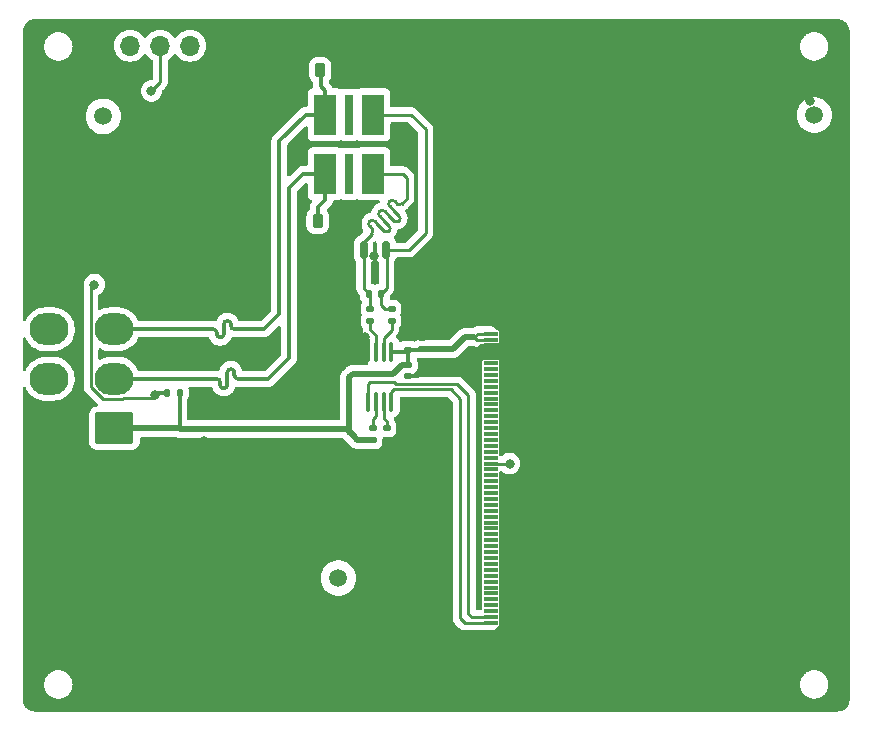
<source format=gbr>
G04 #@! TF.GenerationSoftware,KiCad,Pcbnew,7.0.10*
G04 #@! TF.CreationDate,2024-01-20T23:09:10+03:00*
G04 #@! TF.ProjectId,Eco_display,45636f5f-6469-4737-906c-61792e6b6963,rev?*
G04 #@! TF.SameCoordinates,Original*
G04 #@! TF.FileFunction,Copper,L2,Bot*
G04 #@! TF.FilePolarity,Positive*
%FSLAX46Y46*%
G04 Gerber Fmt 4.6, Leading zero omitted, Abs format (unit mm)*
G04 Created by KiCad (PCBNEW 7.0.10) date 2024-01-20 23:09:10*
%MOMM*%
%LPD*%
G01*
G04 APERTURE LIST*
G04 Aperture macros list*
%AMRoundRect*
0 Rectangle with rounded corners*
0 $1 Rounding radius*
0 $2 $3 $4 $5 $6 $7 $8 $9 X,Y pos of 4 corners*
0 Add a 4 corners polygon primitive as box body*
4,1,4,$2,$3,$4,$5,$6,$7,$8,$9,$2,$3,0*
0 Add four circle primitives for the rounded corners*
1,1,$1+$1,$2,$3*
1,1,$1+$1,$4,$5*
1,1,$1+$1,$6,$7*
1,1,$1+$1,$8,$9*
0 Add four rect primitives between the rounded corners*
20,1,$1+$1,$2,$3,$4,$5,0*
20,1,$1+$1,$4,$5,$6,$7,0*
20,1,$1+$1,$6,$7,$8,$9,0*
20,1,$1+$1,$8,$9,$2,$3,0*%
G04 Aperture macros list end*
G04 #@! TA.AperFunction,ComponentPad*
%ADD10R,1.700000X1.700000*%
G04 #@! TD*
G04 #@! TA.AperFunction,ComponentPad*
%ADD11O,1.700000X1.700000*%
G04 #@! TD*
G04 #@! TA.AperFunction,SMDPad,CuDef*
%ADD12R,1.950000X3.500000*%
G04 #@! TD*
G04 #@! TA.AperFunction,SMDPad,CuDef*
%ADD13R,0.800000X3.400000*%
G04 #@! TD*
G04 #@! TA.AperFunction,SMDPad,CuDef*
%ADD14RoundRect,0.135000X0.185000X-0.135000X0.185000X0.135000X-0.185000X0.135000X-0.185000X-0.135000X0*%
G04 #@! TD*
G04 #@! TA.AperFunction,ComponentPad*
%ADD15RoundRect,0.250001X1.399999X-1.099999X1.399999X1.099999X-1.399999X1.099999X-1.399999X-1.099999X0*%
G04 #@! TD*
G04 #@! TA.AperFunction,ComponentPad*
%ADD16O,3.300000X2.700000*%
G04 #@! TD*
G04 #@! TA.AperFunction,SMDPad,CuDef*
%ADD17RoundRect,0.150000X-0.150000X0.587500X-0.150000X-0.587500X0.150000X-0.587500X0.150000X0.587500X0*%
G04 #@! TD*
G04 #@! TA.AperFunction,SMDPad,CuDef*
%ADD18RoundRect,0.140000X-0.170000X0.140000X-0.170000X-0.140000X0.170000X-0.140000X0.170000X0.140000X0*%
G04 #@! TD*
G04 #@! TA.AperFunction,SMDPad,CuDef*
%ADD19RoundRect,0.100000X0.100000X-0.712500X0.100000X0.712500X-0.100000X0.712500X-0.100000X-0.712500X0*%
G04 #@! TD*
G04 #@! TA.AperFunction,SMDPad,CuDef*
%ADD20RoundRect,0.135000X-0.185000X0.135000X-0.185000X-0.135000X0.185000X-0.135000X0.185000X0.135000X0*%
G04 #@! TD*
G04 #@! TA.AperFunction,SMDPad,CuDef*
%ADD21R,1.200000X0.300000*%
G04 #@! TD*
G04 #@! TA.AperFunction,SMDPad,CuDef*
%ADD22R,2.387600X2.387600*%
G04 #@! TD*
G04 #@! TA.AperFunction,SMDPad,CuDef*
%ADD23RoundRect,0.135000X0.135000X0.185000X-0.135000X0.185000X-0.135000X-0.185000X0.135000X-0.185000X0*%
G04 #@! TD*
G04 #@! TA.AperFunction,SMDPad,CuDef*
%ADD24RoundRect,0.225000X0.225000X0.375000X-0.225000X0.375000X-0.225000X-0.375000X0.225000X-0.375000X0*%
G04 #@! TD*
G04 #@! TA.AperFunction,SMDPad,CuDef*
%ADD25RoundRect,0.140000X0.170000X-0.140000X0.170000X0.140000X-0.170000X0.140000X-0.170000X-0.140000X0*%
G04 #@! TD*
G04 #@! TA.AperFunction,SMDPad,CuDef*
%ADD26C,1.500000*%
G04 #@! TD*
G04 #@! TA.AperFunction,ViaPad*
%ADD27C,0.800000*%
G04 #@! TD*
G04 #@! TA.AperFunction,Conductor*
%ADD28C,0.254000*%
G04 #@! TD*
G04 #@! TA.AperFunction,Conductor*
%ADD29C,0.250000*%
G04 #@! TD*
G04 #@! TA.AperFunction,Conductor*
%ADD30C,0.350000*%
G04 #@! TD*
G04 #@! TA.AperFunction,Conductor*
%ADD31C,0.500000*%
G04 #@! TD*
G04 APERTURE END LIST*
D10*
X138390000Y-60025000D03*
D11*
X135850000Y-60025000D03*
X133310000Y-60025000D03*
X130770000Y-60025000D03*
D12*
X151325000Y-70860000D03*
X147275000Y-70860000D03*
D13*
X149300000Y-70860000D03*
D14*
X152500000Y-93410000D03*
X152500000Y-92390000D03*
D15*
X129425000Y-92425000D03*
D16*
X129425000Y-88225000D03*
X129425000Y-84025000D03*
X123925000Y-92425000D03*
X123925000Y-88225000D03*
X123925000Y-84025000D03*
D17*
X150550000Y-77322500D03*
X152450000Y-77322500D03*
X151500000Y-79197500D03*
D18*
X154300000Y-87050000D03*
X154300000Y-88010000D03*
D19*
X152875000Y-90172500D03*
X152225000Y-90172500D03*
X151575000Y-90172500D03*
X150925000Y-90172500D03*
X150925000Y-85947500D03*
X151575000Y-85947500D03*
X152225000Y-85947500D03*
X152875000Y-85947500D03*
D20*
X151300000Y-92390000D03*
X151300000Y-93410000D03*
D21*
X161300000Y-84400004D03*
X161300000Y-84900004D03*
X161300000Y-85400004D03*
X161300000Y-85900004D03*
X161300000Y-86400004D03*
X161300000Y-86900004D03*
X161300000Y-87400007D03*
X161300000Y-87900004D03*
X161300000Y-88400004D03*
X161300000Y-88900004D03*
X161300000Y-89400004D03*
X161300000Y-89900007D03*
X161300000Y-90400004D03*
X161300000Y-90900004D03*
X161300000Y-91400004D03*
X161300000Y-91900004D03*
X161300000Y-92400007D03*
X161300000Y-92900004D03*
X161300000Y-93400004D03*
X161300000Y-93900004D03*
X161300000Y-94400004D03*
X161300000Y-94900007D03*
X161300000Y-95400004D03*
X161300000Y-95900004D03*
X161300000Y-96400004D03*
X161300000Y-96900004D03*
X161300000Y-97400004D03*
X161300000Y-97900004D03*
X161300000Y-98400004D03*
X161300000Y-98900004D03*
X161300000Y-99400004D03*
X161300000Y-99900004D03*
X161300000Y-100400004D03*
X161300000Y-100900004D03*
X161300000Y-101400004D03*
X161300000Y-101900004D03*
X161300000Y-102400004D03*
X161300000Y-102900004D03*
X161300000Y-103400004D03*
X161300000Y-103900007D03*
X161300000Y-104400004D03*
X161300000Y-104900004D03*
X161300000Y-105400004D03*
X161300000Y-105900004D03*
X161300000Y-106400007D03*
X161300000Y-106900004D03*
X161300000Y-107400004D03*
X161300000Y-107900004D03*
X161300000Y-108400004D03*
X161300000Y-108900007D03*
D22*
X164000000Y-82300008D03*
X164000000Y-111000000D03*
D23*
X152010000Y-81010000D03*
X150990000Y-81010000D03*
D24*
X149950000Y-74860000D03*
X146650000Y-74860000D03*
D25*
X155500000Y-85690000D03*
X155500000Y-84730000D03*
D23*
X134950000Y-89400000D03*
X133930000Y-89400000D03*
D12*
X151325000Y-65860000D03*
X147275000Y-65860000D03*
D13*
X149300000Y-65860000D03*
D14*
X152900000Y-83320000D03*
X152900000Y-82300000D03*
D26*
X128500000Y-66000000D03*
X188700000Y-65900000D03*
D25*
X154300000Y-85770000D03*
X154300000Y-84810000D03*
D26*
X148400000Y-105100000D03*
D24*
X150150000Y-62060000D03*
X146850000Y-62060000D03*
D14*
X151100000Y-83320000D03*
X151100000Y-82300000D03*
D27*
X174300000Y-67930000D03*
X187500000Y-72600000D03*
X174300000Y-96430000D03*
X123700000Y-67100000D03*
X174300000Y-80430000D03*
X134700000Y-102650000D03*
X158050000Y-67260000D03*
X164050000Y-96430000D03*
X168550000Y-109680000D03*
X159900000Y-85900004D03*
X158050000Y-109680000D03*
X148300000Y-78260000D03*
X168550000Y-60430000D03*
X178050000Y-60430000D03*
X174300000Y-99680000D03*
X156300000Y-92430000D03*
X174300000Y-64680000D03*
X141000000Y-90200000D03*
X131200000Y-73100000D03*
X147800000Y-109680000D03*
X134700000Y-106650000D03*
X134500000Y-85900000D03*
X182550000Y-96430000D03*
X125800000Y-78900000D03*
X180600000Y-72600000D03*
X164050000Y-109680000D03*
X125900000Y-73250000D03*
X145800000Y-102200000D03*
X124350000Y-102820000D03*
X178050000Y-109680000D03*
X124350000Y-106820000D03*
X178050000Y-67930000D03*
X174300000Y-76180000D03*
X156300000Y-97300000D03*
X182550000Y-80430000D03*
X139900000Y-106650000D03*
X124350000Y-105070000D03*
X154900000Y-105400000D03*
X182550000Y-76180000D03*
X126200000Y-67100000D03*
X158200000Y-83930000D03*
X145800000Y-107600000D03*
X139900000Y-104900000D03*
X182550000Y-99680000D03*
X126200000Y-64850000D03*
X144600000Y-59400000D03*
X140700000Y-93900000D03*
X164050000Y-112930000D03*
X164050000Y-87430000D03*
X188300000Y-87180000D03*
X134700000Y-100550000D03*
X168550000Y-92180000D03*
X164900000Y-107200000D03*
X123900000Y-75200000D03*
X140400000Y-65100000D03*
X178050000Y-80430000D03*
X155100000Y-59400000D03*
X147600000Y-90700000D03*
X146000000Y-82700000D03*
X140100000Y-75250000D03*
X141400000Y-86200000D03*
X173700000Y-73000000D03*
X158800000Y-64680000D03*
X143700000Y-63100000D03*
X178050000Y-83680000D03*
X155800000Y-93760000D03*
X144700000Y-69200000D03*
X125900000Y-71000000D03*
X188300000Y-109680000D03*
X149300000Y-98600000D03*
X160000000Y-68300000D03*
X139900000Y-96550000D03*
X125900000Y-75000000D03*
X129100000Y-96650000D03*
X146500000Y-86700000D03*
X135200000Y-69100000D03*
X134800000Y-112930000D03*
X137050000Y-93510000D03*
X174300000Y-87430000D03*
X123700000Y-64800000D03*
X150600000Y-102000000D03*
X164050000Y-92180000D03*
X139900000Y-98800000D03*
X178050000Y-87430000D03*
X126200000Y-68850000D03*
X178050000Y-99680000D03*
X152300000Y-109680000D03*
X156300000Y-100000000D03*
X148550000Y-93760000D03*
X156800000Y-86930000D03*
X168550000Y-83680000D03*
X146000000Y-98600000D03*
X135200000Y-67350000D03*
X129100000Y-105000000D03*
X137400000Y-86100000D03*
X178050000Y-92180000D03*
X123700000Y-69000000D03*
X147800000Y-112930000D03*
X124350000Y-100720000D03*
X140200000Y-81100000D03*
X140100000Y-71250000D03*
X158050000Y-81260000D03*
X139900000Y-100550000D03*
X168550000Y-96430000D03*
X182550000Y-109680000D03*
X178050000Y-112930000D03*
X164050000Y-83680000D03*
X188300000Y-67930000D03*
X178050000Y-96430000D03*
X174300000Y-83680000D03*
X145100000Y-94000000D03*
X158050000Y-71260000D03*
X134700000Y-98800000D03*
X182550000Y-64680000D03*
X164050000Y-60430000D03*
X174300000Y-112930000D03*
X155800000Y-90760000D03*
X188300000Y-76180000D03*
X146300000Y-78800000D03*
X188300000Y-92180000D03*
X140400000Y-67350000D03*
X174300000Y-109680000D03*
X123700000Y-71000000D03*
X151450000Y-77800000D03*
X140800000Y-60600000D03*
X135200000Y-65100000D03*
X174300000Y-92180000D03*
X158050000Y-112930000D03*
X188300000Y-105430000D03*
X134800000Y-80600000D03*
X134900000Y-73500000D03*
X158050000Y-78760000D03*
X158050000Y-69510000D03*
X123700000Y-73300000D03*
X129100000Y-98900000D03*
X168550000Y-87430000D03*
X188300000Y-80430000D03*
X129100000Y-100650000D03*
X124350000Y-96720000D03*
X142300000Y-112930000D03*
X134700000Y-104900000D03*
X158800000Y-60430000D03*
X164050000Y-99680000D03*
X182550000Y-67930000D03*
X134800000Y-78300000D03*
X131400000Y-77200000D03*
X164050000Y-105430000D03*
X182550000Y-92180000D03*
X164050000Y-76180000D03*
X140400000Y-69100000D03*
X168550000Y-112930000D03*
X154900000Y-84060000D03*
X156800000Y-103400000D03*
X124350000Y-98970000D03*
X134900000Y-71250000D03*
X168550000Y-76180000D03*
X174300000Y-105430000D03*
X164050000Y-67930000D03*
X129100000Y-106750000D03*
X148300000Y-84260000D03*
X131600000Y-80000000D03*
X164050000Y-64680000D03*
X140100000Y-78200000D03*
X152300000Y-105430000D03*
X137300000Y-90500000D03*
X134800000Y-109180000D03*
X178050000Y-76180000D03*
X129050000Y-109430000D03*
X139050000Y-112930000D03*
X158300000Y-76260000D03*
X182550000Y-105430000D03*
X129100000Y-102750000D03*
X128900000Y-60800000D03*
X145400000Y-89800000D03*
X152700000Y-98800000D03*
X182300000Y-87430000D03*
X161100000Y-73500000D03*
X142300000Y-109180000D03*
X153300000Y-102000000D03*
X168550000Y-80430000D03*
X164050000Y-80430000D03*
X168550000Y-64680000D03*
X168550000Y-67930000D03*
X188300000Y-64680000D03*
X178050000Y-64680000D03*
X150686286Y-84673714D03*
X188050000Y-83680000D03*
X124300000Y-109500000D03*
X182550000Y-60430000D03*
X152300000Y-112930000D03*
X188300000Y-96430000D03*
X182550000Y-83680000D03*
X178050000Y-105430000D03*
X134700000Y-96550000D03*
X155800000Y-87260000D03*
X140100000Y-73500000D03*
X168550000Y-105430000D03*
X168550000Y-99680000D03*
X158300000Y-73600000D03*
X151800000Y-60430000D03*
X188300000Y-99680000D03*
X139900000Y-102650000D03*
X139050000Y-109180000D03*
X156000000Y-78600000D03*
X134900000Y-75250000D03*
X182550000Y-112930000D03*
X174300000Y-60430000D03*
X129050000Y-112680000D03*
X132900000Y-89575000D03*
X127750000Y-80250000D03*
X162900000Y-95400000D03*
X132575000Y-63850000D03*
D28*
X148300000Y-77300000D02*
X148500000Y-77100000D01*
D29*
X160400000Y-85400004D02*
X160300002Y-85500002D01*
D30*
X150925000Y-85947500D02*
X150925000Y-84912428D01*
D28*
X155050000Y-88010000D02*
X155800000Y-87260000D01*
X148500000Y-75060000D02*
X148700000Y-74860000D01*
X161200000Y-86400000D02*
X160399996Y-86400000D01*
X160399996Y-86400000D02*
X159900000Y-85900004D01*
D30*
X154900000Y-84810000D02*
X155420000Y-84810000D01*
D28*
X161200000Y-85900000D02*
X159900004Y-85900000D01*
X161200000Y-85400000D02*
X161200000Y-86400000D01*
D29*
X151450000Y-77800000D02*
X151500000Y-77850000D01*
D28*
X159900004Y-85900000D02*
X159900000Y-85900004D01*
X160300002Y-85500002D02*
X159900000Y-85900004D01*
D30*
X150925000Y-84912428D02*
X150686286Y-84673714D01*
X154300000Y-84810000D02*
X154900000Y-84810000D01*
X154900000Y-84810000D02*
X154900000Y-84060000D01*
D28*
X160400004Y-85400000D02*
X160300002Y-85500002D01*
X148300000Y-78260000D02*
X148300000Y-77300000D01*
D29*
X151500000Y-77850000D02*
X151500000Y-79197500D01*
D28*
X154300000Y-88010000D02*
X155050000Y-88010000D01*
D29*
X161300000Y-85400004D02*
X160400000Y-85400004D01*
D28*
X148500000Y-77100000D02*
X148500000Y-75060000D01*
D30*
X155420000Y-84810000D02*
X155500000Y-84730000D01*
D28*
X148700000Y-74860000D02*
X149950000Y-74860000D01*
X153775594Y-73384409D02*
X153775593Y-73384408D01*
X151038747Y-74890219D02*
X151038750Y-74890217D01*
X152694082Y-75697022D02*
X152694082Y-75697021D01*
X151463014Y-74890217D02*
X151654268Y-75081471D01*
X151654268Y-75081471D02*
X152269818Y-75697022D01*
X151230000Y-75505736D02*
X151038747Y-75314483D01*
X152290661Y-74869336D02*
X151887255Y-74465929D01*
X152735802Y-73193150D02*
X152735805Y-73193148D01*
X151100000Y-81120000D02*
X150990000Y-81010000D01*
X151887255Y-74041665D02*
X151887258Y-74041663D01*
X154200000Y-71200000D02*
X153860000Y-70860000D01*
X154200000Y-72960000D02*
X154200000Y-71200000D01*
X152311522Y-74041663D02*
X152714931Y-74445072D01*
X153160069Y-73193148D02*
X153351330Y-73384409D01*
X153542583Y-74424196D02*
X153139192Y-74020805D01*
X150550000Y-77322500D02*
X150550000Y-80570000D01*
X152714931Y-74445072D02*
X153118319Y-74848461D01*
X151100000Y-82300000D02*
X151100000Y-81120000D01*
X153542583Y-74848461D02*
X153542583Y-74848460D01*
X150550000Y-80570000D02*
X150990000Y-81010000D01*
X150550000Y-76610000D02*
X151230000Y-75930000D01*
X153775593Y-73384408D02*
X154200000Y-72960000D01*
X153860000Y-70860000D02*
X151325000Y-70860000D01*
X152694082Y-75272757D02*
X152290661Y-74869336D01*
X150550000Y-77322500D02*
X150550000Y-76610000D01*
X153139192Y-74020805D02*
X152735802Y-73617414D01*
X152694093Y-75697032D02*
G75*
G03*
X152694082Y-75272757I-212093J212132D01*
G01*
X153118320Y-74848460D02*
G75*
G03*
X153542582Y-74848460I212131J212131D01*
G01*
X153160068Y-73193149D02*
G75*
G03*
X152735806Y-73193149I-212131J-212131D01*
G01*
X152735820Y-73193168D02*
G75*
G03*
X152735802Y-73617414I212080J-212132D01*
G01*
X151038796Y-74890268D02*
G75*
G03*
X151038747Y-75314483I212104J-212132D01*
G01*
X151230031Y-75930031D02*
G75*
G03*
X151229999Y-75505737I-212131J212131D01*
G01*
X153351331Y-73384408D02*
G75*
G03*
X153775593Y-73384408I212131J212131D01*
G01*
X151463013Y-74890218D02*
G75*
G03*
X151038751Y-74890218I-212131J-212131D01*
G01*
X153542555Y-74848432D02*
G75*
G03*
X153542583Y-74424196I-212055J212132D01*
G01*
X152311521Y-74041664D02*
G75*
G03*
X151887259Y-74041664I-212131J-212131D01*
G01*
X152269819Y-75697021D02*
G75*
G03*
X152694081Y-75697021I212131J212131D01*
G01*
X151887258Y-74041668D02*
G75*
G03*
X151887255Y-74465929I212142J-212132D01*
G01*
X152450000Y-77322500D02*
X152500000Y-77372500D01*
X154560000Y-65860000D02*
X151325000Y-65860000D01*
X152450000Y-77322500D02*
X154377500Y-77322500D01*
X155800000Y-75900000D02*
X155800000Y-67100000D01*
X155800000Y-67100000D02*
X154560000Y-65860000D01*
X152500000Y-77372500D02*
X152500000Y-80520000D01*
X154377500Y-77322500D02*
X155800000Y-75900000D01*
X152500000Y-80520000D02*
X152010000Y-81010000D01*
X152010000Y-81010000D02*
X152010000Y-81970000D01*
X152010000Y-81970000D02*
X152340000Y-82300000D01*
X152340000Y-82300000D02*
X152900000Y-82300000D01*
D30*
X152875000Y-85947500D02*
X154122500Y-85947500D01*
D31*
X149600000Y-87800000D02*
X149300000Y-88100000D01*
D30*
X154300000Y-85770000D02*
X155420000Y-85770000D01*
D31*
X135000000Y-92500000D02*
X134925000Y-92425000D01*
X159900000Y-84700000D02*
X159100000Y-84700000D01*
X149300000Y-92300000D02*
X149100000Y-92500000D01*
X153000000Y-87800000D02*
X149600000Y-87800000D01*
D30*
X134950000Y-89400000D02*
X134950000Y-92400000D01*
D31*
X149100000Y-92500000D02*
X135000000Y-92500000D01*
X159100000Y-84700000D02*
X158110000Y-85690000D01*
X154300000Y-87050000D02*
X153750000Y-87050000D01*
D30*
X154300000Y-87050000D02*
X154300000Y-85770000D01*
X155420000Y-85770000D02*
X155500000Y-85690000D01*
D29*
X159900000Y-84700000D02*
X160100004Y-84900004D01*
D31*
X149300000Y-92300000D02*
X149300000Y-92700000D01*
D29*
X159900000Y-84700000D02*
X160199996Y-84400004D01*
D30*
X154122500Y-85947500D02*
X154300000Y-85770000D01*
D31*
X151300000Y-93410000D02*
X150010000Y-93410000D01*
X158110000Y-85690000D02*
X155500000Y-85690000D01*
X134925000Y-92425000D02*
X129425000Y-92425000D01*
X149700000Y-93100000D02*
X149100000Y-92500000D01*
X149300000Y-92700000D02*
X149700000Y-93100000D01*
X153750000Y-87050000D02*
X153000000Y-87800000D01*
X149300000Y-88100000D02*
X149300000Y-92300000D01*
D30*
X134950000Y-92400000D02*
X134925000Y-92425000D01*
D29*
X160199996Y-84400004D02*
X161300000Y-84400004D01*
X160100004Y-84900004D02*
X161300000Y-84900004D01*
D31*
X150010000Y-93410000D02*
X149700000Y-93100000D01*
D29*
X132625000Y-89850000D02*
X132900000Y-89575000D01*
X127450000Y-80550000D02*
X127450000Y-88918808D01*
D30*
X133075000Y-89400000D02*
X132900000Y-89575000D01*
D28*
X161300000Y-95400004D02*
X162899996Y-95400004D01*
D29*
X127750000Y-80250000D02*
X127450000Y-80550000D01*
D28*
X162899996Y-95400004D02*
X162900000Y-95400000D01*
D29*
X127450000Y-88918808D02*
X128431192Y-89900000D01*
D30*
X133930000Y-89400000D02*
X133075000Y-89400000D01*
D29*
X130175000Y-89850000D02*
X132625000Y-89850000D01*
X130125000Y-89900000D02*
X130175000Y-89850000D01*
X128431192Y-89900000D02*
X130125000Y-89900000D01*
D28*
X158460000Y-88660000D02*
X159400000Y-89600000D01*
X151100000Y-88460000D02*
X153100000Y-88460000D01*
X153100000Y-88460000D02*
X153300000Y-88660000D01*
X159400000Y-89600000D02*
X159400000Y-108100000D01*
X159400000Y-108100000D02*
X159700004Y-108400004D01*
X150925000Y-90172500D02*
X150925000Y-88635000D01*
X153300000Y-88660000D02*
X158460000Y-88660000D01*
X159700004Y-108400004D02*
X161300000Y-108400004D01*
X150925000Y-88635000D02*
X151100000Y-88460000D01*
X152875000Y-89325000D02*
X153086000Y-89114000D01*
D29*
X158700000Y-108500000D02*
X158700000Y-89900000D01*
D28*
X153086000Y-89114000D02*
X156446000Y-89114000D01*
D29*
X157914000Y-89114000D02*
X156446000Y-89114000D01*
X158700000Y-89900000D02*
X157914000Y-89114000D01*
X159100007Y-108900007D02*
X158700000Y-108500000D01*
X161300000Y-108900007D02*
X159100007Y-108900007D01*
D28*
X152875000Y-90172500D02*
X152875000Y-89325000D01*
X151575000Y-91385000D02*
X151300000Y-91660000D01*
X151300000Y-91660000D02*
X151300000Y-92390000D01*
X151575000Y-90172500D02*
X151575000Y-91385000D01*
X152225000Y-91585000D02*
X152225000Y-90172500D01*
X152500000Y-92390000D02*
X152500000Y-91860000D01*
X152500000Y-91860000D02*
X152225000Y-91585000D01*
X151100000Y-83320000D02*
X151100000Y-84060000D01*
X151575000Y-84535000D02*
X151575000Y-85947500D01*
X151100000Y-84060000D02*
X151575000Y-84535000D01*
X152900000Y-84060000D02*
X152900000Y-83320000D01*
X152225000Y-84735000D02*
X152900000Y-84060000D01*
X152225000Y-85947500D02*
X152225000Y-84735000D01*
D29*
X132575000Y-63850000D02*
X133310000Y-63115000D01*
X133310000Y-63115000D02*
X133310000Y-60025000D01*
D30*
X139000000Y-88748613D02*
X139000000Y-88525000D01*
X138400000Y-88525000D02*
X138400000Y-88748613D01*
X139900000Y-88225000D02*
X140367926Y-88225000D01*
X140367926Y-88225000D02*
X142475000Y-88225000D01*
X139600000Y-87701387D02*
X139600000Y-87925000D01*
X142475000Y-88225000D02*
X144200000Y-86500000D01*
X139000000Y-88525000D02*
X139000000Y-87701387D01*
X146650000Y-73710000D02*
X146650000Y-74860000D01*
X129425000Y-88225000D02*
X138100000Y-88225000D01*
X147275000Y-73085000D02*
X146650000Y-73710000D01*
X144200000Y-72100000D02*
X145440000Y-70860000D01*
X145440000Y-70860000D02*
X147275000Y-70860000D01*
X144200000Y-86500000D02*
X144200000Y-72100000D01*
X147275000Y-73085000D02*
X147275000Y-70860000D01*
X139600013Y-87701387D02*
G75*
G03*
X139300000Y-87401387I-300013J-13D01*
G01*
X138400000Y-88525000D02*
G75*
G03*
X138100000Y-88225000I-300000J0D01*
G01*
X138399987Y-88748613D02*
G75*
G03*
X138700000Y-89048613I300013J13D01*
G01*
X138700000Y-89048600D02*
G75*
G03*
X139000000Y-88748613I0J300000D01*
G01*
X139300000Y-87401400D02*
G75*
G03*
X139000000Y-87701387I0J-300000D01*
G01*
X139600000Y-87925000D02*
G75*
G03*
X139900000Y-88225000I300000J0D01*
G01*
X146900000Y-63460000D02*
X146900000Y-62110000D01*
X139600000Y-84025000D02*
X140148170Y-84025000D01*
X143400000Y-82700000D02*
X143400000Y-68100000D01*
X129425000Y-84025000D02*
X137800000Y-84025000D01*
X138700000Y-84325000D02*
X138700000Y-83613523D01*
X140148170Y-84025000D02*
X142075000Y-84025000D01*
X138100000Y-84325000D02*
X138100000Y-84436457D01*
X142075000Y-84025000D02*
X143400000Y-82700000D01*
X145640000Y-65860000D02*
X147275000Y-65860000D01*
X147275000Y-63835000D02*
X146900000Y-63460000D01*
X139300000Y-83613523D02*
X139300000Y-83725000D01*
X147275000Y-65860000D02*
X147275000Y-63835000D01*
X143400000Y-68100000D02*
X145640000Y-65860000D01*
X138700000Y-84436457D02*
X138700000Y-84325000D01*
X139299977Y-83613523D02*
G75*
G03*
X139000000Y-83313523I-299977J23D01*
G01*
X139000000Y-83313500D02*
G75*
G03*
X138700000Y-83613523I0J-300000D01*
G01*
X138400000Y-84736500D02*
G75*
G03*
X138700000Y-84436457I0J300000D01*
G01*
X139300000Y-83725000D02*
G75*
G03*
X139600000Y-84025000I300000J0D01*
G01*
X138100043Y-84436457D02*
G75*
G03*
X138400000Y-84736457I299957J-43D01*
G01*
X138100000Y-84325000D02*
G75*
G03*
X137800000Y-84025000I-300000J0D01*
G01*
G04 #@! TA.AperFunction,Conductor*
G36*
X145718835Y-71638980D02*
G01*
X145774768Y-71680852D01*
X145799185Y-71746316D01*
X145799501Y-71755162D01*
X145799501Y-72657876D01*
X145805908Y-72717483D01*
X145856202Y-72852328D01*
X145856206Y-72852335D01*
X145942452Y-72967544D01*
X145942455Y-72967547D01*
X146057664Y-73053793D01*
X146057671Y-73053797D01*
X146087233Y-73064823D01*
X146143167Y-73106694D01*
X146167584Y-73172158D01*
X146152733Y-73240431D01*
X146144428Y-73252255D01*
X146144928Y-73252600D01*
X146107800Y-73306387D01*
X146103363Y-73312417D01*
X146067674Y-73357970D01*
X146063824Y-73366525D01*
X146052808Y-73386056D01*
X146047484Y-73393770D01*
X146047482Y-73393774D01*
X146026965Y-73447869D01*
X146024102Y-73454781D01*
X146000350Y-73507560D01*
X145998661Y-73516777D01*
X145992639Y-73538381D01*
X145989311Y-73547155D01*
X145982334Y-73604613D01*
X145981207Y-73612011D01*
X145970781Y-73668908D01*
X145970781Y-73668915D01*
X145974274Y-73726663D01*
X145974500Y-73734150D01*
X145974500Y-73858125D01*
X145954815Y-73925164D01*
X145938182Y-73945806D01*
X145852029Y-74031959D01*
X145763001Y-74176294D01*
X145762996Y-74176305D01*
X145709651Y-74337290D01*
X145699500Y-74436647D01*
X145699500Y-75283337D01*
X145699501Y-75283355D01*
X145709650Y-75382707D01*
X145709651Y-75382710D01*
X145762996Y-75543694D01*
X145763001Y-75543705D01*
X145852029Y-75688040D01*
X145852032Y-75688044D01*
X145971955Y-75807967D01*
X145971959Y-75807970D01*
X146116294Y-75896998D01*
X146116297Y-75896999D01*
X146116303Y-75897003D01*
X146277292Y-75950349D01*
X146376655Y-75960500D01*
X146923344Y-75960499D01*
X146923352Y-75960498D01*
X146923355Y-75960498D01*
X146977760Y-75954940D01*
X147022708Y-75950349D01*
X147183697Y-75897003D01*
X147328044Y-75807968D01*
X147447968Y-75688044D01*
X147537003Y-75543697D01*
X147590349Y-75382708D01*
X147600500Y-75283345D01*
X147600499Y-74436656D01*
X147599878Y-74430581D01*
X147590349Y-74337292D01*
X147590348Y-74337289D01*
X147583920Y-74317891D01*
X147537003Y-74176303D01*
X147536999Y-74176297D01*
X147536998Y-74176294D01*
X147447970Y-74031959D01*
X147443721Y-74026585D01*
X147417580Y-73961789D01*
X147430621Y-73893147D01*
X147453302Y-73861997D01*
X147735595Y-73579705D01*
X147741016Y-73574602D01*
X147784332Y-73536229D01*
X147817211Y-73488593D01*
X147821628Y-73482590D01*
X147857325Y-73437028D01*
X147861169Y-73428485D01*
X147872197Y-73408932D01*
X147877518Y-73401226D01*
X147898049Y-73347087D01*
X147900888Y-73340233D01*
X147924650Y-73287439D01*
X147926338Y-73278221D01*
X147932366Y-73256603D01*
X147935688Y-73247845D01*
X147939123Y-73219553D01*
X147966744Y-73155376D01*
X148024677Y-73116319D01*
X148062219Y-73110499D01*
X148297871Y-73110499D01*
X148297872Y-73110499D01*
X148357483Y-73104091D01*
X148492331Y-73053796D01*
X148537689Y-73019840D01*
X148603152Y-72995423D01*
X148655333Y-73002925D01*
X148792517Y-73054091D01*
X148792516Y-73054091D01*
X148799444Y-73054835D01*
X148852127Y-73060500D01*
X149747872Y-73060499D01*
X149807483Y-73054091D01*
X149942331Y-73003796D01*
X149942335Y-73003792D01*
X149944664Y-73002924D01*
X150014355Y-72997940D01*
X150062309Y-73019839D01*
X150088267Y-73039272D01*
X150107668Y-73053795D01*
X150107671Y-73053797D01*
X150242517Y-73104091D01*
X150242516Y-73104091D01*
X150249444Y-73104835D01*
X150302127Y-73110500D01*
X151840774Y-73110499D01*
X151907813Y-73130184D01*
X151953568Y-73182987D01*
X151963512Y-73252146D01*
X151934487Y-73315702D01*
X151875709Y-73353476D01*
X151872867Y-73354274D01*
X151780962Y-73378899D01*
X151780953Y-73378903D01*
X151633870Y-73447488D01*
X151633868Y-73447489D01*
X151500932Y-73540571D01*
X151500888Y-73540608D01*
X151462602Y-73578895D01*
X151456096Y-73584951D01*
X151416563Y-73619185D01*
X151416554Y-73619195D01*
X151409946Y-73628735D01*
X151395707Y-73645793D01*
X151386191Y-73655310D01*
X151386161Y-73655345D01*
X151293083Y-73788282D01*
X151293082Y-73788283D01*
X151224496Y-73935369D01*
X151181299Y-74096588D01*
X151144934Y-74156249D01*
X151093618Y-74184270D01*
X150932452Y-74227454D01*
X150932445Y-74227457D01*
X150785362Y-74296042D01*
X150785360Y-74296043D01*
X150652417Y-74389130D01*
X150614125Y-74427423D01*
X150607618Y-74433480D01*
X150568052Y-74467742D01*
X150561437Y-74477291D01*
X150547199Y-74494346D01*
X150538209Y-74503337D01*
X150537733Y-74503904D01*
X150444651Y-74636817D01*
X150444648Y-74636822D01*
X150376055Y-74783886D01*
X150334036Y-74940640D01*
X150319877Y-75102295D01*
X150319877Y-75102300D01*
X150334000Y-75263949D01*
X150334000Y-75263952D01*
X150375978Y-75420699D01*
X150375980Y-75420707D01*
X150444539Y-75567789D01*
X150492043Y-75635653D01*
X150514360Y-75701862D01*
X150497339Y-75769627D01*
X150478138Y-75794442D01*
X150164952Y-76107627D01*
X150152665Y-76117473D01*
X150152845Y-76117691D01*
X150146832Y-76122664D01*
X150145571Y-76124008D01*
X150118309Y-76145848D01*
X149998135Y-76216919D01*
X149998129Y-76216923D01*
X149881923Y-76333129D01*
X149881917Y-76333137D01*
X149798255Y-76474603D01*
X149798254Y-76474606D01*
X149752402Y-76632426D01*
X149752401Y-76632432D01*
X149749500Y-76669298D01*
X149749500Y-77975701D01*
X149752401Y-78012567D01*
X149752402Y-78012573D01*
X149798254Y-78170393D01*
X149798255Y-78170396D01*
X149798256Y-78170398D01*
X149881919Y-78311865D01*
X149886178Y-78316124D01*
X149919665Y-78377444D01*
X149922500Y-78403808D01*
X149922500Y-80487032D01*
X149920772Y-80502681D01*
X149921054Y-80502708D01*
X149920319Y-80510475D01*
X149922439Y-80577917D01*
X149922500Y-80581811D01*
X149922500Y-80609476D01*
X149923006Y-80613485D01*
X149923921Y-80625116D01*
X149925298Y-80668942D01*
X149930916Y-80688275D01*
X149934862Y-80707329D01*
X149937383Y-80727287D01*
X149937386Y-80727299D01*
X149953519Y-80768048D01*
X149957302Y-80779098D01*
X149969530Y-80821187D01*
X149969530Y-80821188D01*
X149979777Y-80838515D01*
X149988335Y-80855985D01*
X149995745Y-80874701D01*
X150021511Y-80910164D01*
X150027925Y-80919929D01*
X150050234Y-80957652D01*
X150050240Y-80957660D01*
X150064469Y-80971888D01*
X150077106Y-80986684D01*
X150088937Y-81002967D01*
X150122717Y-81030912D01*
X150131346Y-81038765D01*
X150183181Y-81090600D01*
X150216666Y-81151923D01*
X150219500Y-81178280D01*
X150219500Y-81259168D01*
X150219501Y-81259192D01*
X150222335Y-81295205D01*
X150267129Y-81449388D01*
X150267131Y-81449393D01*
X150348863Y-81587595D01*
X150348869Y-81587603D01*
X150387231Y-81625965D01*
X150420716Y-81687288D01*
X150415732Y-81756980D01*
X150406283Y-81776766D01*
X150327130Y-81910608D01*
X150327129Y-81910611D01*
X150282335Y-82064791D01*
X150282334Y-82064797D01*
X150279500Y-82100811D01*
X150279500Y-82499169D01*
X150279501Y-82499191D01*
X150282335Y-82535205D01*
X150327129Y-82689388D01*
X150327132Y-82689395D01*
X150361128Y-82746881D01*
X150378309Y-82814605D01*
X150361128Y-82873119D01*
X150327132Y-82930604D01*
X150327129Y-82930611D01*
X150282335Y-83084791D01*
X150282334Y-83084797D01*
X150279500Y-83120811D01*
X150279500Y-83519169D01*
X150279501Y-83519191D01*
X150282335Y-83555205D01*
X150327129Y-83709388D01*
X150327131Y-83709393D01*
X150408817Y-83847518D01*
X150408865Y-83847598D01*
X150436181Y-83874914D01*
X150469666Y-83936235D01*
X150472500Y-83962595D01*
X150472500Y-83977032D01*
X150470772Y-83992681D01*
X150471054Y-83992708D01*
X150470319Y-84000475D01*
X150472439Y-84067917D01*
X150472500Y-84071811D01*
X150472500Y-84099476D01*
X150473006Y-84103485D01*
X150473921Y-84115116D01*
X150475298Y-84158942D01*
X150480916Y-84178275D01*
X150484862Y-84197329D01*
X150487383Y-84217287D01*
X150487386Y-84217299D01*
X150503519Y-84258048D01*
X150507302Y-84269098D01*
X150519530Y-84311187D01*
X150519530Y-84311188D01*
X150529777Y-84328515D01*
X150538335Y-84345985D01*
X150545745Y-84364701D01*
X150571511Y-84400164D01*
X150577925Y-84409929D01*
X150600234Y-84447652D01*
X150600240Y-84447660D01*
X150614469Y-84461888D01*
X150627106Y-84476684D01*
X150638937Y-84492967D01*
X150672717Y-84520912D01*
X150681346Y-84528765D01*
X150911181Y-84758600D01*
X150944666Y-84819923D01*
X150947500Y-84846281D01*
X150947500Y-84914648D01*
X150938061Y-84962100D01*
X150889957Y-85078234D01*
X150889955Y-85078239D01*
X150874501Y-85195629D01*
X150874500Y-85195645D01*
X150874500Y-86699363D01*
X150889953Y-86816753D01*
X150889957Y-86816765D01*
X150915341Y-86878048D01*
X150922810Y-86947517D01*
X150891534Y-87009996D01*
X150831445Y-87045648D01*
X150800780Y-87049500D01*
X149663705Y-87049500D01*
X149645735Y-87048191D01*
X149621972Y-87044710D01*
X149574843Y-87048834D01*
X149572630Y-87049028D01*
X149561824Y-87049500D01*
X149556284Y-87049500D01*
X149525501Y-87053098D01*
X149521916Y-87053464D01*
X149447199Y-87060001D01*
X149440132Y-87061460D01*
X149440120Y-87061404D01*
X149432763Y-87063035D01*
X149432777Y-87063092D01*
X149425740Y-87064760D01*
X149355231Y-87090421D01*
X149351830Y-87091603D01*
X149280668Y-87115184D01*
X149274126Y-87118235D01*
X149274101Y-87118183D01*
X149267308Y-87121471D01*
X149267334Y-87121522D01*
X149260886Y-87124760D01*
X149198228Y-87165970D01*
X149195191Y-87167905D01*
X149131344Y-87207288D01*
X149125677Y-87211769D01*
X149125641Y-87211723D01*
X149119798Y-87216484D01*
X149119835Y-87216528D01*
X149114310Y-87221164D01*
X149114304Y-87221169D01*
X149114304Y-87221170D01*
X149082679Y-87254690D01*
X149062848Y-87275709D01*
X149060336Y-87278294D01*
X148814358Y-87524272D01*
X148800729Y-87536051D01*
X148781469Y-87550390D01*
X148749632Y-87588331D01*
X148742346Y-87596284D01*
X148738407Y-87600224D01*
X148719176Y-87624545D01*
X148716902Y-87627337D01*
X148668694Y-87684790D01*
X148664729Y-87690819D01*
X148664682Y-87690788D01*
X148660630Y-87697147D01*
X148660679Y-87697177D01*
X148656889Y-87703321D01*
X148625192Y-87771294D01*
X148623623Y-87774536D01*
X148589957Y-87841572D01*
X148587488Y-87848357D01*
X148587432Y-87848336D01*
X148584960Y-87855450D01*
X148585015Y-87855469D01*
X148582743Y-87862325D01*
X148567573Y-87935788D01*
X148566793Y-87939304D01*
X148549499Y-88012279D01*
X148548661Y-88019454D01*
X148548601Y-88019447D01*
X148547835Y-88026945D01*
X148547895Y-88026951D01*
X148547265Y-88034140D01*
X148549448Y-88109128D01*
X148549500Y-88112735D01*
X148549500Y-91625500D01*
X148529815Y-91692539D01*
X148477011Y-91738294D01*
X148425500Y-91749500D01*
X135749500Y-91749500D01*
X135682461Y-91729815D01*
X135636706Y-91677011D01*
X135625500Y-91625500D01*
X135625500Y-89953411D01*
X135642767Y-89890292D01*
X135672869Y-89839393D01*
X135672869Y-89839389D01*
X135672871Y-89839388D01*
X135717664Y-89685208D01*
X135717665Y-89685202D01*
X135718702Y-89672021D01*
X135720500Y-89649181D01*
X135720499Y-89150820D01*
X135717665Y-89114796D01*
X135701482Y-89059093D01*
X135701682Y-88989225D01*
X135739625Y-88930555D01*
X135803263Y-88901712D01*
X135820559Y-88900500D01*
X137632178Y-88900500D01*
X137699217Y-88920185D01*
X137744972Y-88972989D01*
X137752417Y-88996934D01*
X137752735Y-88996849D01*
X137754134Y-89002071D01*
X137754136Y-89002076D01*
X137754137Y-89002080D01*
X137766727Y-89036666D01*
X137808279Y-89150820D01*
X137812521Y-89162472D01*
X137897869Y-89310290D01*
X137930190Y-89348807D01*
X138007585Y-89441039D01*
X138007593Y-89441047D01*
X138093138Y-89512824D01*
X138138345Y-89550755D01*
X138286166Y-89636097D01*
X138286169Y-89636098D01*
X138286175Y-89636101D01*
X138446557Y-89694473D01*
X138446559Y-89694473D01*
X138446561Y-89694474D01*
X138614656Y-89724113D01*
X138614660Y-89724113D01*
X138782954Y-89724113D01*
X138783185Y-89724100D01*
X138785339Y-89724100D01*
X138785343Y-89724100D01*
X138953436Y-89694462D01*
X139113828Y-89636085D01*
X139261647Y-89550744D01*
X139392402Y-89441032D01*
X139502120Y-89310282D01*
X139587467Y-89162467D01*
X139645851Y-89002076D01*
X139646779Y-88996809D01*
X139677804Y-88934210D01*
X139737750Y-88898318D01*
X139790428Y-88896228D01*
X139814655Y-88900500D01*
X139859143Y-88900500D01*
X140327069Y-88900500D01*
X142450849Y-88900500D01*
X142458334Y-88900725D01*
X142467362Y-88901271D01*
X142516082Y-88904219D01*
X142516082Y-88904218D01*
X142516085Y-88904219D01*
X142572997Y-88893789D01*
X142580396Y-88892663D01*
X142637845Y-88885688D01*
X142646605Y-88882365D01*
X142668221Y-88876338D01*
X142677439Y-88874650D01*
X142704335Y-88862544D01*
X142730208Y-88850901D01*
X142737122Y-88848036D01*
X142791226Y-88827518D01*
X142798935Y-88822197D01*
X142818480Y-88811172D01*
X142827028Y-88807326D01*
X142872578Y-88771638D01*
X142878603Y-88767204D01*
X142926229Y-88734332D01*
X142964609Y-88691008D01*
X142969711Y-88685588D01*
X144660597Y-86994703D01*
X144666017Y-86989601D01*
X144709332Y-86951229D01*
X144742211Y-86903593D01*
X144746628Y-86897590D01*
X144782325Y-86852028D01*
X144786169Y-86843485D01*
X144797197Y-86823932D01*
X144802518Y-86816226D01*
X144823049Y-86762087D01*
X144825888Y-86755233D01*
X144849650Y-86702439D01*
X144851338Y-86693221D01*
X144857366Y-86671603D01*
X144860688Y-86662845D01*
X144867663Y-86605396D01*
X144868790Y-86597993D01*
X144879219Y-86541085D01*
X144875726Y-86483340D01*
X144875500Y-86475853D01*
X144875500Y-72431163D01*
X144895185Y-72364124D01*
X144911819Y-72343482D01*
X145587820Y-71667481D01*
X145649143Y-71633996D01*
X145718835Y-71638980D01*
G37*
G04 #@! TD.AperFunction*
G04 #@! TA.AperFunction,Conductor*
G36*
X143443834Y-83713980D02*
G01*
X143499767Y-83755852D01*
X143524184Y-83821316D01*
X143524500Y-83830162D01*
X143524500Y-86168836D01*
X143504815Y-86235875D01*
X143488181Y-86256517D01*
X142231518Y-87513181D01*
X142170195Y-87546666D01*
X142143837Y-87549500D01*
X140367822Y-87549500D01*
X140300783Y-87529815D01*
X140255028Y-87477011D01*
X140247582Y-87453065D01*
X140247265Y-87453151D01*
X140245865Y-87447928D01*
X140245863Y-87447924D01*
X140245863Y-87447920D01*
X140187479Y-87287528D01*
X140102131Y-87139710D01*
X139993283Y-87009996D01*
X139992414Y-87008960D01*
X139992406Y-87008952D01*
X139861660Y-86899249D01*
X139861655Y-86899245D01*
X139713834Y-86813903D01*
X139713824Y-86813898D01*
X139553442Y-86755526D01*
X139385346Y-86725887D01*
X139385344Y-86725887D01*
X139300000Y-86725887D01*
X139223889Y-86725887D01*
X139217046Y-86725887D01*
X139216815Y-86725900D01*
X139214652Y-86725900D01*
X139046563Y-86755537D01*
X138886178Y-86813912D01*
X138886171Y-86813915D01*
X138738349Y-86899258D01*
X138607599Y-87008966D01*
X138497880Y-87139717D01*
X138497878Y-87139719D01*
X138412533Y-87287532D01*
X138411272Y-87290997D01*
X138354151Y-87447920D01*
X138354149Y-87447925D01*
X138354148Y-87447928D01*
X138353219Y-87453197D01*
X138322188Y-87515797D01*
X138262238Y-87551684D01*
X138209572Y-87553771D01*
X138201321Y-87552316D01*
X138185347Y-87549500D01*
X138185345Y-87549500D01*
X138140857Y-87549500D01*
X131530638Y-87549500D01*
X131463599Y-87529815D01*
X131417844Y-87477011D01*
X131416515Y-87473997D01*
X131375132Y-87376615D01*
X131375130Y-87376610D01*
X131234018Y-87145390D01*
X131214113Y-87121471D01*
X131060746Y-86937180D01*
X131060740Y-86937175D01*
X130859002Y-86756418D01*
X130633092Y-86606957D01*
X130633090Y-86606956D01*
X130387824Y-86491980D01*
X130387819Y-86491978D01*
X130387814Y-86491976D01*
X130128442Y-86413942D01*
X130128428Y-86413939D01*
X130012791Y-86396921D01*
X129860439Y-86374500D01*
X129057369Y-86374500D01*
X129057351Y-86374500D01*
X128854844Y-86389323D01*
X128854831Y-86389325D01*
X128590453Y-86448217D01*
X128590446Y-86448220D01*
X128337439Y-86544987D01*
X128260188Y-86588343D01*
X128192092Y-86603988D01*
X128126348Y-86580333D01*
X128083830Y-86524890D01*
X128075500Y-86480209D01*
X128075500Y-85771831D01*
X128095185Y-85704792D01*
X128147989Y-85659037D01*
X128217147Y-85649093D01*
X128252127Y-85659553D01*
X128462176Y-85758020D01*
X128462183Y-85758022D01*
X128462185Y-85758023D01*
X128721557Y-85836057D01*
X128721564Y-85836058D01*
X128721569Y-85836060D01*
X128989561Y-85875500D01*
X128989566Y-85875500D01*
X129792629Y-85875500D01*
X129792631Y-85875500D01*
X129792636Y-85875499D01*
X129792648Y-85875499D01*
X129830191Y-85872750D01*
X129995156Y-85860677D01*
X130107758Y-85835593D01*
X130259546Y-85801782D01*
X130259548Y-85801781D01*
X130259553Y-85801780D01*
X130512558Y-85705014D01*
X130748777Y-85572441D01*
X130963177Y-85406888D01*
X131151186Y-85211881D01*
X131308799Y-84991579D01*
X131381472Y-84850229D01*
X131423851Y-84767802D01*
X131472010Y-84717181D01*
X131534129Y-84700500D01*
X137371202Y-84700500D01*
X137438241Y-84720185D01*
X137483996Y-84772989D01*
X137487729Y-84782103D01*
X137512514Y-84850226D01*
X137512515Y-84850228D01*
X137512526Y-84850247D01*
X137597851Y-84998066D01*
X137707563Y-85128837D01*
X137838319Y-85238568D01*
X137986144Y-85323925D01*
X138146546Y-85382312D01*
X138314651Y-85411956D01*
X138316277Y-85411956D01*
X138316293Y-85411957D01*
X138323889Y-85411957D01*
X138348595Y-85411957D01*
X138348744Y-85412000D01*
X138400000Y-85411999D01*
X138400000Y-85412000D01*
X138485353Y-85411999D01*
X138653465Y-85382354D01*
X138813874Y-85323964D01*
X138961706Y-85238604D01*
X139092467Y-85128868D01*
X139202184Y-84998091D01*
X139287523Y-84850247D01*
X139316837Y-84769679D01*
X139358254Y-84713413D01*
X139423520Y-84688469D01*
X139454890Y-84689961D01*
X139514655Y-84700500D01*
X139559143Y-84700500D01*
X140107313Y-84700500D01*
X142050849Y-84700500D01*
X142058334Y-84700725D01*
X142067362Y-84701271D01*
X142116082Y-84704219D01*
X142116082Y-84704218D01*
X142116085Y-84704219D01*
X142172997Y-84693789D01*
X142180396Y-84692663D01*
X142237845Y-84685688D01*
X142246605Y-84682365D01*
X142268221Y-84676338D01*
X142277439Y-84674650D01*
X142314252Y-84658082D01*
X142330208Y-84650901D01*
X142337122Y-84648036D01*
X142391226Y-84627518D01*
X142398935Y-84622197D01*
X142418480Y-84611172D01*
X142427028Y-84607326D01*
X142472578Y-84571638D01*
X142478603Y-84567204D01*
X142526229Y-84534332D01*
X142564609Y-84491008D01*
X142569711Y-84485588D01*
X143312820Y-83742480D01*
X143374142Y-83708996D01*
X143443834Y-83713980D01*
G37*
G04 #@! TD.AperFunction*
G04 #@! TA.AperFunction,Conductor*
G36*
X151568834Y-76581098D02*
G01*
X151624767Y-76622970D01*
X151649184Y-76688434D01*
X151649500Y-76697280D01*
X151649500Y-77975701D01*
X151652401Y-78012567D01*
X151652402Y-78012573D01*
X151698254Y-78170393D01*
X151698255Y-78170396D01*
X151698256Y-78170398D01*
X151781919Y-78311865D01*
X151836182Y-78366128D01*
X151869666Y-78427449D01*
X151872500Y-78453808D01*
X151872500Y-80071086D01*
X151852815Y-80138125D01*
X151800011Y-80183880D01*
X151780702Y-80189952D01*
X151780881Y-80190567D01*
X151620611Y-80237129D01*
X151620604Y-80237132D01*
X151563119Y-80271128D01*
X151495395Y-80288309D01*
X151436881Y-80271128D01*
X151379395Y-80237132D01*
X151379389Y-80237129D01*
X151266904Y-80204449D01*
X151208019Y-80166842D01*
X151178813Y-80103370D01*
X151177500Y-80085373D01*
X151177500Y-78403808D01*
X151197185Y-78336769D01*
X151213818Y-78316127D01*
X151218081Y-78311865D01*
X151301744Y-78170398D01*
X151347598Y-78012569D01*
X151350500Y-77975694D01*
X151350500Y-76748280D01*
X151370185Y-76681241D01*
X151386815Y-76660603D01*
X151437820Y-76609598D01*
X151499142Y-76576114D01*
X151568834Y-76581098D01*
G37*
G04 #@! TD.AperFunction*
G04 #@! TA.AperFunction,Conductor*
G36*
X154315758Y-66507185D02*
G01*
X154336400Y-66523819D01*
X155136181Y-67323600D01*
X155169666Y-67384923D01*
X155172500Y-67411281D01*
X155172500Y-75588719D01*
X155152815Y-75655758D01*
X155136181Y-75676400D01*
X154153900Y-76658681D01*
X154092577Y-76692166D01*
X154066219Y-76695000D01*
X153358878Y-76695000D01*
X153291839Y-76675315D01*
X153246084Y-76622511D01*
X153239802Y-76605595D01*
X153201746Y-76474606D01*
X153201744Y-76474603D01*
X153201744Y-76474602D01*
X153118081Y-76333135D01*
X153118078Y-76333132D01*
X153113298Y-76326969D01*
X153114986Y-76325659D01*
X153086770Y-76273985D01*
X153091754Y-76204293D01*
X153117540Y-76162748D01*
X153143126Y-76135501D01*
X153145809Y-76132734D01*
X153195151Y-76083402D01*
X153195152Y-76083401D01*
X153199132Y-76077718D01*
X153201225Y-76075142D01*
X153201183Y-76075111D01*
X153207455Y-76066476D01*
X153211054Y-76060691D01*
X153288258Y-75950450D01*
X153356860Y-75803349D01*
X153398871Y-75646569D01*
X153398871Y-75646563D01*
X153400074Y-75642076D01*
X153436440Y-75582416D01*
X153487756Y-75554396D01*
X153492121Y-75553226D01*
X153492125Y-75553226D01*
X153648886Y-75511222D01*
X153795972Y-75442635D01*
X153928913Y-75349549D01*
X153928917Y-75349544D01*
X153933058Y-75346071D01*
X153933266Y-75346319D01*
X153939914Y-75340993D01*
X153939733Y-75340774D01*
X153945738Y-75335804D01*
X153945745Y-75335801D01*
X153991951Y-75286595D01*
X153994568Y-75283894D01*
X154040169Y-75238295D01*
X154040172Y-75238289D01*
X154043375Y-75235087D01*
X154043574Y-75234851D01*
X154043574Y-75234850D01*
X154043577Y-75234848D01*
X154047367Y-75229436D01*
X154049697Y-75226570D01*
X154049678Y-75226557D01*
X154054271Y-75220232D01*
X154054276Y-75220228D01*
X154054278Y-75220222D01*
X154055735Y-75218218D01*
X154059816Y-75211660D01*
X154136693Y-75101909D01*
X154205305Y-74954819D01*
X154247329Y-74798048D01*
X154261448Y-74636822D01*
X154261488Y-74636367D01*
X154261487Y-74636363D01*
X154261488Y-74636361D01*
X154247351Y-74474673D01*
X154205347Y-74317896D01*
X154195157Y-74296043D01*
X154136755Y-74170798D01*
X154117287Y-74142997D01*
X154082109Y-74092760D01*
X154059781Y-74026557D01*
X154076789Y-73958789D01*
X154112557Y-73920063D01*
X154161924Y-73885497D01*
X154169066Y-73878354D01*
X154187054Y-73863472D01*
X154193865Y-73858844D01*
X154230653Y-73817114D01*
X154235988Y-73811434D01*
X154281234Y-73766189D01*
X154281259Y-73766159D01*
X154585043Y-73462374D01*
X154597329Y-73452534D01*
X154597148Y-73452315D01*
X154603157Y-73447342D01*
X154603162Y-73447340D01*
X154649383Y-73398117D01*
X154652033Y-73395384D01*
X154671624Y-73375795D01*
X154674110Y-73372588D01*
X154681675Y-73363731D01*
X154711693Y-73331767D01*
X154721395Y-73314116D01*
X154732069Y-73297868D01*
X154744408Y-73281961D01*
X154761816Y-73241732D01*
X154766947Y-73231257D01*
X154788072Y-73192834D01*
X154793078Y-73173334D01*
X154799376Y-73154936D01*
X154807374Y-73136458D01*
X154814233Y-73093148D01*
X154816594Y-73081745D01*
X154827500Y-73039272D01*
X154827500Y-73019140D01*
X154829027Y-72999740D01*
X154829711Y-72995423D01*
X154832175Y-72979866D01*
X154828050Y-72936229D01*
X154827500Y-72924560D01*
X154827500Y-71282964D01*
X154829228Y-71267313D01*
X154828946Y-71267287D01*
X154829680Y-71259524D01*
X154827561Y-71192081D01*
X154827500Y-71188187D01*
X154827500Y-71160530D01*
X154827500Y-71160524D01*
X154826993Y-71156519D01*
X154826077Y-71144871D01*
X154824701Y-71101058D01*
X154819082Y-71081718D01*
X154815139Y-71062685D01*
X154812616Y-71042707D01*
X154796481Y-71001955D01*
X154792698Y-70990907D01*
X154780468Y-70948809D01*
X154770219Y-70931480D01*
X154761664Y-70914016D01*
X154754253Y-70895297D01*
X154754249Y-70895291D01*
X154728490Y-70859837D01*
X154722074Y-70850070D01*
X154699768Y-70812351D01*
X154699766Y-70812348D01*
X154699764Y-70812345D01*
X154685530Y-70798111D01*
X154672894Y-70783317D01*
X154661062Y-70767032D01*
X154661058Y-70767028D01*
X154627287Y-70739090D01*
X154618647Y-70731228D01*
X154362376Y-70474957D01*
X154352531Y-70462668D01*
X154352313Y-70462849D01*
X154347340Y-70456838D01*
X154298153Y-70410648D01*
X154295354Y-70407935D01*
X154275797Y-70388377D01*
X154272607Y-70385903D01*
X154263716Y-70378310D01*
X154231768Y-70348308D01*
X154231763Y-70348304D01*
X154214122Y-70338606D01*
X154197857Y-70327922D01*
X154181963Y-70315593D01*
X154181962Y-70315592D01*
X154141735Y-70298184D01*
X154131247Y-70293045D01*
X154092838Y-70271929D01*
X154092828Y-70271926D01*
X154073334Y-70266920D01*
X154054933Y-70260620D01*
X154036459Y-70252626D01*
X154036452Y-70252624D01*
X153993173Y-70245770D01*
X153981733Y-70243401D01*
X153939279Y-70232500D01*
X153939272Y-70232500D01*
X153919142Y-70232500D01*
X153899743Y-70230973D01*
X153879868Y-70227825D01*
X153879867Y-70227825D01*
X153836230Y-70231950D01*
X153824561Y-70232500D01*
X152924499Y-70232500D01*
X152857460Y-70212815D01*
X152811705Y-70160011D01*
X152800499Y-70108500D01*
X152800499Y-69062129D01*
X152800498Y-69062123D01*
X152800497Y-69062116D01*
X152794091Y-69002517D01*
X152743796Y-68867669D01*
X152743795Y-68867668D01*
X152743793Y-68867664D01*
X152657547Y-68752455D01*
X152657544Y-68752452D01*
X152542335Y-68666206D01*
X152542328Y-68666202D01*
X152407482Y-68615908D01*
X152407483Y-68615908D01*
X152347883Y-68609501D01*
X152347881Y-68609500D01*
X152347873Y-68609500D01*
X152347864Y-68609500D01*
X150302129Y-68609500D01*
X150302123Y-68609501D01*
X150242516Y-68615908D01*
X150107671Y-68666202D01*
X150107664Y-68666206D01*
X150062309Y-68700159D01*
X149996845Y-68724576D01*
X149944666Y-68717074D01*
X149807482Y-68665908D01*
X149807483Y-68665908D01*
X149747883Y-68659501D01*
X149747881Y-68659500D01*
X149747873Y-68659500D01*
X149747864Y-68659500D01*
X148852129Y-68659500D01*
X148852123Y-68659501D01*
X148792515Y-68665909D01*
X148655332Y-68717074D01*
X148585641Y-68722058D01*
X148537689Y-68700159D01*
X148536573Y-68699323D01*
X148492331Y-68666204D01*
X148492329Y-68666203D01*
X148492328Y-68666202D01*
X148357482Y-68615908D01*
X148357483Y-68615908D01*
X148297883Y-68609501D01*
X148297881Y-68609500D01*
X148297873Y-68609500D01*
X148297864Y-68609500D01*
X146252129Y-68609500D01*
X146252123Y-68609501D01*
X146192516Y-68615908D01*
X146057671Y-68666202D01*
X146057664Y-68666206D01*
X145942455Y-68752452D01*
X145942452Y-68752455D01*
X145856206Y-68867664D01*
X145856202Y-68867671D01*
X145805908Y-69002517D01*
X145799501Y-69062116D01*
X145799501Y-69062123D01*
X145799500Y-69062135D01*
X145799500Y-70060500D01*
X145779815Y-70127539D01*
X145727011Y-70173294D01*
X145675500Y-70184500D01*
X145464151Y-70184500D01*
X145456665Y-70184274D01*
X145447637Y-70183728D01*
X145398918Y-70180781D01*
X145398908Y-70180781D01*
X145342011Y-70191207D01*
X145334613Y-70192334D01*
X145277155Y-70199311D01*
X145268381Y-70202639D01*
X145246778Y-70208660D01*
X145242259Y-70209488D01*
X145237560Y-70210350D01*
X145184781Y-70234102D01*
X145177869Y-70236965D01*
X145123774Y-70257482D01*
X145123770Y-70257484D01*
X145116056Y-70262808D01*
X145096525Y-70273824D01*
X145087970Y-70277674D01*
X145042417Y-70313363D01*
X145036387Y-70317800D01*
X144988772Y-70350667D01*
X144988769Y-70350669D01*
X144950406Y-70393972D01*
X144945273Y-70399424D01*
X144287181Y-71057517D01*
X144225858Y-71091002D01*
X144156167Y-71086018D01*
X144100233Y-71044147D01*
X144075816Y-70978682D01*
X144075500Y-70969836D01*
X144075500Y-68431163D01*
X144095185Y-68364124D01*
X144111819Y-68343482D01*
X144847380Y-67607921D01*
X145587821Y-66867479D01*
X145649142Y-66833996D01*
X145718834Y-66838980D01*
X145774767Y-66880852D01*
X145799184Y-66946316D01*
X145799500Y-66955162D01*
X145799500Y-67657870D01*
X145799501Y-67657876D01*
X145805908Y-67717483D01*
X145856202Y-67852328D01*
X145856206Y-67852335D01*
X145942452Y-67967544D01*
X145942455Y-67967547D01*
X146057664Y-68053793D01*
X146057671Y-68053797D01*
X146192517Y-68104091D01*
X146192516Y-68104091D01*
X146199444Y-68104835D01*
X146252127Y-68110500D01*
X148297872Y-68110499D01*
X148357483Y-68104091D01*
X148492331Y-68053796D01*
X148537689Y-68019840D01*
X148603152Y-67995423D01*
X148655333Y-68002925D01*
X148792517Y-68054091D01*
X148792516Y-68054091D01*
X148799444Y-68054835D01*
X148852127Y-68060500D01*
X149747872Y-68060499D01*
X149807483Y-68054091D01*
X149942331Y-68003796D01*
X149942335Y-68003792D01*
X149944664Y-68002924D01*
X150014355Y-67997940D01*
X150062310Y-68019840D01*
X150107668Y-68053795D01*
X150107671Y-68053797D01*
X150242517Y-68104091D01*
X150242516Y-68104091D01*
X150249444Y-68104835D01*
X150302127Y-68110500D01*
X152347872Y-68110499D01*
X152407483Y-68104091D01*
X152542331Y-68053796D01*
X152657546Y-67967546D01*
X152743796Y-67852331D01*
X152794091Y-67717483D01*
X152800500Y-67657873D01*
X152800500Y-66611500D01*
X152820185Y-66544461D01*
X152872989Y-66498706D01*
X152924500Y-66487500D01*
X154248719Y-66487500D01*
X154315758Y-66507185D01*
G37*
G04 #@! TD.AperFunction*
G04 #@! TA.AperFunction,Conductor*
G36*
X190690116Y-57776763D02*
G01*
X190700195Y-57777644D01*
X190729972Y-57780250D01*
X190730989Y-57780344D01*
X190856406Y-57792689D01*
X190876329Y-57796314D01*
X190941589Y-57813802D01*
X190945432Y-57814900D01*
X191036195Y-57842435D01*
X191052583Y-57848706D01*
X191118845Y-57879606D01*
X191124843Y-57882604D01*
X191203652Y-57924730D01*
X191216319Y-57932511D01*
X191277775Y-57975544D01*
X191285315Y-57981265D01*
X191353052Y-58036856D01*
X191362070Y-58045029D01*
X191415481Y-58098442D01*
X191423652Y-58107458D01*
X191479246Y-58175200D01*
X191484967Y-58182741D01*
X191527992Y-58244188D01*
X191535775Y-58256858D01*
X191577884Y-58335639D01*
X191580908Y-58341687D01*
X191611794Y-58407921D01*
X191618072Y-58424330D01*
X191645599Y-58515073D01*
X191646713Y-58518974D01*
X191664187Y-58584185D01*
X191667816Y-58604126D01*
X191680037Y-58728208D01*
X191680162Y-58729549D01*
X191683753Y-58770574D01*
X191684225Y-58781387D01*
X191684225Y-115390379D01*
X191683753Y-115401187D01*
X191680372Y-115439828D01*
X191680245Y-115441194D01*
X191667760Y-115567752D01*
X191664134Y-115587672D01*
X191647122Y-115651161D01*
X191646008Y-115655060D01*
X191617945Y-115747578D01*
X191611667Y-115763988D01*
X191581320Y-115829070D01*
X191578295Y-115835120D01*
X191535554Y-115915083D01*
X191527772Y-115927752D01*
X191485357Y-115988329D01*
X191479635Y-115995871D01*
X191423310Y-116064505D01*
X191415139Y-116073521D01*
X191362451Y-116126211D01*
X191353435Y-116134382D01*
X191284789Y-116190721D01*
X191277247Y-116196444D01*
X191216680Y-116238855D01*
X191204010Y-116246638D01*
X191124047Y-116289381D01*
X191117999Y-116292405D01*
X191052916Y-116322755D01*
X191036508Y-116329033D01*
X190943998Y-116357099D01*
X190940094Y-116358214D01*
X190876633Y-116375219D01*
X190856696Y-116378848D01*
X190727780Y-116391549D01*
X190726433Y-116391674D01*
X190695675Y-116394365D01*
X190690495Y-116394819D01*
X190679686Y-116395291D01*
X122690134Y-116395291D01*
X122679329Y-116394819D01*
X122640299Y-116391405D01*
X122638942Y-116391279D01*
X122512867Y-116378854D01*
X122492938Y-116375227D01*
X122428813Y-116358046D01*
X122424911Y-116356932D01*
X122333056Y-116329070D01*
X122316647Y-116322792D01*
X122251150Y-116292252D01*
X122245099Y-116289227D01*
X122165555Y-116246710D01*
X122152887Y-116238928D01*
X122091998Y-116196295D01*
X122084455Y-116190573D01*
X122016133Y-116134504D01*
X122007116Y-116126331D01*
X121954178Y-116073393D01*
X121946007Y-116064378D01*
X121889936Y-115996057D01*
X121884212Y-115988513D01*
X121841576Y-115927621D01*
X121833794Y-115914953D01*
X121791281Y-115835418D01*
X121788257Y-115829370D01*
X121757709Y-115763860D01*
X121751438Y-115747469D01*
X121723555Y-115655551D01*
X121722465Y-115651732D01*
X121705276Y-115587582D01*
X121701650Y-115567650D01*
X121689104Y-115440256D01*
X121689002Y-115439161D01*
X121685697Y-115401378D01*
X121685225Y-115390573D01*
X121685225Y-114095791D01*
X123479082Y-114095791D01*
X123486755Y-114178597D01*
X123487284Y-114190038D01*
X123487284Y-114206750D01*
X123490222Y-114222469D01*
X123490354Y-114223173D01*
X123491935Y-114234510D01*
X123499610Y-114317327D01*
X123499610Y-114317329D01*
X123522370Y-114397321D01*
X123524990Y-114408460D01*
X123528062Y-114424888D01*
X123528063Y-114424893D01*
X123534097Y-114440468D01*
X123537737Y-114451328D01*
X123560495Y-114531318D01*
X123578153Y-114566779D01*
X123597566Y-114605765D01*
X123602187Y-114616231D01*
X123608227Y-114631823D01*
X123617024Y-114646029D01*
X123622597Y-114656035D01*
X123659663Y-114730474D01*
X123659667Y-114730481D01*
X123709780Y-114796841D01*
X123716250Y-114806286D01*
X123725053Y-114820502D01*
X123736310Y-114832851D01*
X123743626Y-114841661D01*
X123793745Y-114908028D01*
X123855199Y-114964051D01*
X123863298Y-114972150D01*
X123874556Y-114984500D01*
X123887896Y-114994574D01*
X123896706Y-115001890D01*
X123958158Y-115057911D01*
X123958160Y-115057912D01*
X123958163Y-115057915D01*
X124028869Y-115101694D01*
X124038315Y-115108164D01*
X124051653Y-115118237D01*
X124066624Y-115125691D01*
X124076621Y-115131261D01*
X124147314Y-115175033D01*
X124147318Y-115175035D01*
X124147321Y-115175036D01*
X124147324Y-115175038D01*
X124224878Y-115205082D01*
X124235334Y-115209700D01*
X124250301Y-115217153D01*
X124250303Y-115217153D01*
X124250306Y-115217155D01*
X124266400Y-115221734D01*
X124277236Y-115225366D01*
X124354785Y-115255409D01*
X124436552Y-115270694D01*
X124447679Y-115273311D01*
X124463753Y-115277885D01*
X124480384Y-115279426D01*
X124491713Y-115281005D01*
X124573482Y-115296291D01*
X124573484Y-115296291D01*
X124656643Y-115296291D01*
X124668084Y-115296819D01*
X124684725Y-115298362D01*
X124701365Y-115296819D01*
X124712807Y-115296291D01*
X124795967Y-115296291D01*
X124795968Y-115296291D01*
X124877732Y-115281006D01*
X124889053Y-115279427D01*
X124905697Y-115277885D01*
X124921794Y-115273304D01*
X124932886Y-115270696D01*
X125014665Y-115255409D01*
X125092239Y-115225356D01*
X125103036Y-115221737D01*
X125119144Y-115217155D01*
X125134116Y-115209700D01*
X125144572Y-115205082D01*
X125222126Y-115175038D01*
X125292862Y-115131239D01*
X125302808Y-115125700D01*
X125317797Y-115118237D01*
X125331142Y-115108159D01*
X125340548Y-115101714D01*
X125411287Y-115057915D01*
X125472765Y-115001869D01*
X125481539Y-114994584D01*
X125494892Y-114984501D01*
X125506166Y-114972133D01*
X125514231Y-114964068D01*
X125575706Y-114908027D01*
X125625833Y-114841647D01*
X125633127Y-114832863D01*
X125644397Y-114820502D01*
X125653208Y-114806271D01*
X125659652Y-114796863D01*
X125709783Y-114730480D01*
X125746863Y-114656012D01*
X125752412Y-114646050D01*
X125761222Y-114631823D01*
X125767264Y-114616225D01*
X125771871Y-114605789D01*
X125808954Y-114531319D01*
X125831721Y-114451300D01*
X125835347Y-114440482D01*
X125841388Y-114424890D01*
X125844458Y-114408462D01*
X125847071Y-114397350D01*
X125869840Y-114317327D01*
X125877514Y-114234506D01*
X125879092Y-114223189D01*
X125882166Y-114206750D01*
X125882756Y-114181146D01*
X125883249Y-114172616D01*
X125890368Y-114095791D01*
X187479082Y-114095791D01*
X187486755Y-114178597D01*
X187487284Y-114190038D01*
X187487284Y-114206750D01*
X187490222Y-114222469D01*
X187490354Y-114223173D01*
X187491935Y-114234510D01*
X187499610Y-114317327D01*
X187499610Y-114317329D01*
X187522370Y-114397321D01*
X187524990Y-114408460D01*
X187528062Y-114424888D01*
X187528063Y-114424893D01*
X187534097Y-114440468D01*
X187537737Y-114451328D01*
X187560495Y-114531318D01*
X187578153Y-114566779D01*
X187597566Y-114605765D01*
X187602187Y-114616231D01*
X187608227Y-114631823D01*
X187617024Y-114646029D01*
X187622597Y-114656035D01*
X187659663Y-114730474D01*
X187659667Y-114730481D01*
X187709780Y-114796841D01*
X187716250Y-114806286D01*
X187725053Y-114820502D01*
X187736310Y-114832851D01*
X187743626Y-114841661D01*
X187793745Y-114908028D01*
X187855199Y-114964051D01*
X187863298Y-114972150D01*
X187874556Y-114984500D01*
X187887896Y-114994574D01*
X187896706Y-115001890D01*
X187958158Y-115057911D01*
X187958160Y-115057912D01*
X187958163Y-115057915D01*
X188028869Y-115101694D01*
X188038315Y-115108164D01*
X188051653Y-115118237D01*
X188066624Y-115125691D01*
X188076621Y-115131261D01*
X188147314Y-115175033D01*
X188147318Y-115175035D01*
X188147321Y-115175036D01*
X188147324Y-115175038D01*
X188224878Y-115205082D01*
X188235334Y-115209700D01*
X188250301Y-115217153D01*
X188250303Y-115217153D01*
X188250306Y-115217155D01*
X188266400Y-115221734D01*
X188277236Y-115225366D01*
X188354785Y-115255409D01*
X188436552Y-115270694D01*
X188447679Y-115273311D01*
X188463753Y-115277885D01*
X188480384Y-115279426D01*
X188491713Y-115281005D01*
X188573482Y-115296291D01*
X188573484Y-115296291D01*
X188656643Y-115296291D01*
X188668084Y-115296819D01*
X188684725Y-115298362D01*
X188701365Y-115296819D01*
X188712807Y-115296291D01*
X188795967Y-115296291D01*
X188795968Y-115296291D01*
X188877732Y-115281006D01*
X188889053Y-115279427D01*
X188905697Y-115277885D01*
X188921794Y-115273304D01*
X188932886Y-115270696D01*
X189014665Y-115255409D01*
X189092239Y-115225356D01*
X189103036Y-115221737D01*
X189119144Y-115217155D01*
X189134116Y-115209700D01*
X189144572Y-115205082D01*
X189222126Y-115175038D01*
X189292862Y-115131239D01*
X189302808Y-115125700D01*
X189317797Y-115118237D01*
X189331142Y-115108159D01*
X189340548Y-115101714D01*
X189411287Y-115057915D01*
X189472765Y-115001869D01*
X189481539Y-114994584D01*
X189494892Y-114984501D01*
X189506166Y-114972133D01*
X189514231Y-114964068D01*
X189575706Y-114908027D01*
X189625833Y-114841647D01*
X189633127Y-114832863D01*
X189644397Y-114820502D01*
X189653208Y-114806271D01*
X189659652Y-114796863D01*
X189709783Y-114730480D01*
X189746863Y-114656012D01*
X189752412Y-114646050D01*
X189761222Y-114631823D01*
X189767264Y-114616225D01*
X189771871Y-114605789D01*
X189808954Y-114531319D01*
X189831721Y-114451300D01*
X189835347Y-114440482D01*
X189841388Y-114424890D01*
X189844458Y-114408462D01*
X189847071Y-114397350D01*
X189869840Y-114317327D01*
X189877514Y-114234506D01*
X189879092Y-114223189D01*
X189882166Y-114206750D01*
X189882756Y-114181146D01*
X189883249Y-114172616D01*
X189890368Y-114095791D01*
X189883249Y-114018968D01*
X189882756Y-114010435D01*
X189882166Y-113984832D01*
X189879090Y-113968382D01*
X189877513Y-113957062D01*
X189869840Y-113874255D01*
X189847072Y-113794236D01*
X189844458Y-113783119D01*
X189841388Y-113766692D01*
X189835349Y-113751106D01*
X189831719Y-113740275D01*
X189808954Y-113660263D01*
X189771880Y-113585810D01*
X189767258Y-113575340D01*
X189761223Y-113559761D01*
X189761222Y-113559759D01*
X189752413Y-113545533D01*
X189746860Y-113535563D01*
X189709783Y-113461102D01*
X189659659Y-113394727D01*
X189653195Y-113385290D01*
X189644397Y-113371080D01*
X189633137Y-113358728D01*
X189625823Y-113349920D01*
X189598657Y-113313947D01*
X189575706Y-113283555D01*
X189514251Y-113227531D01*
X189514248Y-113227528D01*
X189506151Y-113219431D01*
X189494895Y-113207084D01*
X189494893Y-113207082D01*
X189494892Y-113207081D01*
X189481546Y-113197002D01*
X189472753Y-113189701D01*
X189411287Y-113133667D01*
X189340583Y-113089889D01*
X189331136Y-113083418D01*
X189317793Y-113073342D01*
X189302832Y-113065892D01*
X189292830Y-113060321D01*
X189222132Y-113016547D01*
X189222131Y-113016546D01*
X189144587Y-112986504D01*
X189134121Y-112981883D01*
X189119151Y-112974430D01*
X189119147Y-112974428D01*
X189119144Y-112974427D01*
X189119136Y-112974424D01*
X189119134Y-112974424D01*
X189103062Y-112969850D01*
X189092211Y-112966213D01*
X189014668Y-112936174D01*
X189014666Y-112936173D01*
X189014665Y-112936173D01*
X189014663Y-112936172D01*
X189014654Y-112936170D01*
X188932915Y-112920890D01*
X188921769Y-112918269D01*
X188905697Y-112913696D01*
X188905693Y-112913695D01*
X188889055Y-112912153D01*
X188877721Y-112910572D01*
X188795969Y-112895291D01*
X188795968Y-112895291D01*
X188712796Y-112895291D01*
X188701356Y-112894762D01*
X188684725Y-112893221D01*
X188668093Y-112894762D01*
X188656654Y-112895291D01*
X188573480Y-112895291D01*
X188491728Y-112910572D01*
X188480395Y-112912153D01*
X188463761Y-112913695D01*
X188463747Y-112913698D01*
X188447667Y-112918272D01*
X188436529Y-112920891D01*
X188354789Y-112936171D01*
X188354779Y-112936174D01*
X188277243Y-112966212D01*
X188266391Y-112969850D01*
X188250305Y-112974427D01*
X188250295Y-112974431D01*
X188235325Y-112981884D01*
X188224862Y-112986503D01*
X188147332Y-113016540D01*
X188147320Y-113016546D01*
X188076616Y-113060323D01*
X188066615Y-113065893D01*
X188051659Y-113073340D01*
X188051654Y-113073343D01*
X188038313Y-113083417D01*
X188028874Y-113089883D01*
X187958160Y-113133668D01*
X187896693Y-113189701D01*
X187887891Y-113197011D01*
X187874555Y-113207082D01*
X187863289Y-113219440D01*
X187855197Y-113227531D01*
X187793747Y-113283551D01*
X187743626Y-113349920D01*
X187736315Y-113358724D01*
X187725055Y-113371077D01*
X187725054Y-113371077D01*
X187716256Y-113385287D01*
X187709787Y-113394731D01*
X187677163Y-113437932D01*
X187659667Y-113461102D01*
X187659666Y-113461103D01*
X187659666Y-113461104D01*
X187659659Y-113461115D01*
X187622595Y-113535548D01*
X187617028Y-113545544D01*
X187608227Y-113559759D01*
X187602191Y-113575340D01*
X187597567Y-113585811D01*
X187560498Y-113660258D01*
X187560495Y-113660264D01*
X187547710Y-113705198D01*
X187537736Y-113740256D01*
X187534098Y-113751110D01*
X187528063Y-113766686D01*
X187528062Y-113766692D01*
X187524993Y-113783107D01*
X187522372Y-113794249D01*
X187499610Y-113874255D01*
X187491936Y-113957062D01*
X187490355Y-113968398D01*
X187487284Y-113984828D01*
X187487284Y-114001542D01*
X187486755Y-114012983D01*
X187479082Y-114095790D01*
X187479082Y-114095791D01*
X125890368Y-114095791D01*
X125883249Y-114018968D01*
X125882756Y-114010435D01*
X125882166Y-113984832D01*
X125879090Y-113968382D01*
X125877513Y-113957062D01*
X125869840Y-113874255D01*
X125847072Y-113794236D01*
X125844458Y-113783119D01*
X125841388Y-113766692D01*
X125835349Y-113751106D01*
X125831719Y-113740275D01*
X125808954Y-113660263D01*
X125771880Y-113585810D01*
X125767258Y-113575340D01*
X125761223Y-113559761D01*
X125761222Y-113559759D01*
X125752413Y-113545533D01*
X125746860Y-113535563D01*
X125709783Y-113461102D01*
X125659659Y-113394727D01*
X125653195Y-113385290D01*
X125644397Y-113371080D01*
X125633137Y-113358728D01*
X125625823Y-113349920D01*
X125598657Y-113313947D01*
X125575706Y-113283555D01*
X125514251Y-113227531D01*
X125514248Y-113227528D01*
X125506151Y-113219431D01*
X125494895Y-113207084D01*
X125494893Y-113207082D01*
X125494892Y-113207081D01*
X125481546Y-113197002D01*
X125472753Y-113189701D01*
X125411287Y-113133667D01*
X125340583Y-113089889D01*
X125331136Y-113083418D01*
X125317793Y-113073342D01*
X125302832Y-113065892D01*
X125292830Y-113060321D01*
X125222132Y-113016547D01*
X125222131Y-113016546D01*
X125144587Y-112986504D01*
X125134121Y-112981883D01*
X125119151Y-112974430D01*
X125119147Y-112974428D01*
X125119144Y-112974427D01*
X125119136Y-112974424D01*
X125119134Y-112974424D01*
X125103062Y-112969850D01*
X125092211Y-112966213D01*
X125014668Y-112936174D01*
X125014666Y-112936173D01*
X125014665Y-112936173D01*
X125014663Y-112936172D01*
X125014654Y-112936170D01*
X124932915Y-112920890D01*
X124921769Y-112918269D01*
X124905697Y-112913696D01*
X124905693Y-112913695D01*
X124889055Y-112912153D01*
X124877721Y-112910572D01*
X124795969Y-112895291D01*
X124795968Y-112895291D01*
X124712796Y-112895291D01*
X124701356Y-112894762D01*
X124684725Y-112893221D01*
X124668093Y-112894762D01*
X124656654Y-112895291D01*
X124573480Y-112895291D01*
X124491728Y-112910572D01*
X124480395Y-112912153D01*
X124463761Y-112913695D01*
X124463747Y-112913698D01*
X124447667Y-112918272D01*
X124436529Y-112920891D01*
X124354789Y-112936171D01*
X124354779Y-112936174D01*
X124277243Y-112966212D01*
X124266391Y-112969850D01*
X124250305Y-112974427D01*
X124250295Y-112974431D01*
X124235325Y-112981884D01*
X124224862Y-112986503D01*
X124147332Y-113016540D01*
X124147320Y-113016546D01*
X124076616Y-113060323D01*
X124066615Y-113065893D01*
X124051659Y-113073340D01*
X124051654Y-113073343D01*
X124038313Y-113083417D01*
X124028874Y-113089883D01*
X123958160Y-113133668D01*
X123896693Y-113189701D01*
X123887891Y-113197011D01*
X123874555Y-113207082D01*
X123863289Y-113219440D01*
X123855197Y-113227531D01*
X123793747Y-113283551D01*
X123743626Y-113349920D01*
X123736315Y-113358724D01*
X123725055Y-113371077D01*
X123725054Y-113371077D01*
X123716256Y-113385287D01*
X123709787Y-113394731D01*
X123677163Y-113437932D01*
X123659667Y-113461102D01*
X123659666Y-113461103D01*
X123659666Y-113461104D01*
X123659659Y-113461115D01*
X123622595Y-113535548D01*
X123617028Y-113545544D01*
X123608227Y-113559759D01*
X123602191Y-113575340D01*
X123597567Y-113585811D01*
X123560498Y-113660258D01*
X123560495Y-113660264D01*
X123547710Y-113705198D01*
X123537736Y-113740256D01*
X123534098Y-113751110D01*
X123528063Y-113766686D01*
X123528062Y-113766692D01*
X123524993Y-113783107D01*
X123522372Y-113794249D01*
X123499610Y-113874255D01*
X123491936Y-113957062D01*
X123490355Y-113968398D01*
X123487284Y-113984828D01*
X123487284Y-114001542D01*
X123486755Y-114012983D01*
X123479082Y-114095790D01*
X123479082Y-114095791D01*
X121685225Y-114095791D01*
X121685225Y-105100005D01*
X146894357Y-105100005D01*
X146914890Y-105347812D01*
X146914892Y-105347824D01*
X146975936Y-105588881D01*
X147075826Y-105816606D01*
X147211833Y-106024782D01*
X147211836Y-106024785D01*
X147380256Y-106207738D01*
X147576491Y-106360474D01*
X147795190Y-106478828D01*
X148030386Y-106559571D01*
X148275665Y-106600500D01*
X148524335Y-106600500D01*
X148769614Y-106559571D01*
X149004810Y-106478828D01*
X149223509Y-106360474D01*
X149419744Y-106207738D01*
X149588164Y-106024785D01*
X149724173Y-105816607D01*
X149824063Y-105588881D01*
X149885108Y-105347821D01*
X149894254Y-105237445D01*
X149905643Y-105100005D01*
X149905643Y-105099994D01*
X149885109Y-104852187D01*
X149885107Y-104852175D01*
X149824063Y-104611118D01*
X149724173Y-104383393D01*
X149588166Y-104175217D01*
X149557522Y-104141929D01*
X149419744Y-103992262D01*
X149223509Y-103839526D01*
X149223507Y-103839525D01*
X149223506Y-103839524D01*
X149004811Y-103721172D01*
X149004802Y-103721169D01*
X148769616Y-103640429D01*
X148524335Y-103599500D01*
X148275665Y-103599500D01*
X148030383Y-103640429D01*
X147795197Y-103721169D01*
X147795188Y-103721172D01*
X147576493Y-103839524D01*
X147380257Y-103992261D01*
X147211833Y-104175217D01*
X147075826Y-104383393D01*
X146975936Y-104611118D01*
X146914892Y-104852175D01*
X146914890Y-104852187D01*
X146894357Y-105099994D01*
X146894357Y-105100005D01*
X121685225Y-105100005D01*
X121685225Y-89000644D01*
X121704910Y-88933605D01*
X121757714Y-88887850D01*
X121826872Y-88877906D01*
X121890428Y-88906931D01*
X121923346Y-88952144D01*
X121974870Y-89073390D01*
X122090346Y-89262604D01*
X122115979Y-89304605D01*
X122115986Y-89304615D01*
X122289253Y-89512819D01*
X122289259Y-89512824D01*
X122377716Y-89592081D01*
X122490998Y-89693582D01*
X122716910Y-89843044D01*
X122962176Y-89958020D01*
X122962183Y-89958022D01*
X122962185Y-89958023D01*
X123221557Y-90036057D01*
X123221564Y-90036058D01*
X123221569Y-90036060D01*
X123489561Y-90075500D01*
X123489566Y-90075500D01*
X124292629Y-90075500D01*
X124292631Y-90075500D01*
X124292636Y-90075499D01*
X124292648Y-90075499D01*
X124330191Y-90072750D01*
X124495156Y-90060677D01*
X124607758Y-90035593D01*
X124759546Y-90001782D01*
X124759548Y-90001781D01*
X124759553Y-90001780D01*
X125012558Y-89905014D01*
X125248777Y-89772441D01*
X125463177Y-89606888D01*
X125651186Y-89411881D01*
X125808799Y-89191579D01*
X125888445Y-89036666D01*
X125932649Y-88950690D01*
X125932651Y-88950684D01*
X125932656Y-88950675D01*
X126018088Y-88700256D01*
X126020115Y-88694314D01*
X126020115Y-88694313D01*
X126020118Y-88694305D01*
X126069319Y-88427933D01*
X126079212Y-88157235D01*
X126049586Y-87887982D01*
X125981072Y-87625912D01*
X125875130Y-87376610D01*
X125734018Y-87145390D01*
X125714113Y-87121471D01*
X125560746Y-86937180D01*
X125560740Y-86937175D01*
X125359002Y-86756418D01*
X125133092Y-86606957D01*
X125133090Y-86606956D01*
X124887824Y-86491980D01*
X124887819Y-86491978D01*
X124887814Y-86491976D01*
X124628442Y-86413942D01*
X124628428Y-86413939D01*
X124512791Y-86396921D01*
X124360439Y-86374500D01*
X123557369Y-86374500D01*
X123557351Y-86374500D01*
X123354844Y-86389323D01*
X123354831Y-86389325D01*
X123090453Y-86448217D01*
X123090446Y-86448220D01*
X122837439Y-86544987D01*
X122601226Y-86677557D01*
X122386822Y-86843112D01*
X122198822Y-87038109D01*
X122198816Y-87038116D01*
X122041202Y-87258419D01*
X122041199Y-87258424D01*
X121919503Y-87495123D01*
X121871343Y-87545744D01*
X121803461Y-87562291D01*
X121737409Y-87539512D01*
X121694158Y-87484638D01*
X121685225Y-87438425D01*
X121685225Y-84800644D01*
X121704910Y-84733605D01*
X121757714Y-84687850D01*
X121826872Y-84677906D01*
X121890428Y-84706931D01*
X121923346Y-84752144D01*
X121974870Y-84873390D01*
X122092842Y-85066694D01*
X122115979Y-85104605D01*
X122115986Y-85104615D01*
X122289253Y-85312819D01*
X122289259Y-85312824D01*
X122399946Y-85411999D01*
X122490998Y-85493582D01*
X122716910Y-85643044D01*
X122962176Y-85758020D01*
X122962183Y-85758022D01*
X122962185Y-85758023D01*
X123221557Y-85836057D01*
X123221564Y-85836058D01*
X123221569Y-85836060D01*
X123489561Y-85875500D01*
X123489566Y-85875500D01*
X124292629Y-85875500D01*
X124292631Y-85875500D01*
X124292636Y-85875499D01*
X124292648Y-85875499D01*
X124330191Y-85872750D01*
X124495156Y-85860677D01*
X124607758Y-85835593D01*
X124759546Y-85801782D01*
X124759548Y-85801781D01*
X124759553Y-85801780D01*
X125012558Y-85705014D01*
X125248777Y-85572441D01*
X125463177Y-85406888D01*
X125651186Y-85211881D01*
X125808799Y-84991579D01*
X125897053Y-84819923D01*
X125932649Y-84750690D01*
X125932651Y-84750684D01*
X125932656Y-84750675D01*
X126019287Y-84496741D01*
X126020115Y-84494314D01*
X126020115Y-84494313D01*
X126020118Y-84494305D01*
X126069319Y-84227933D01*
X126079212Y-83957235D01*
X126049586Y-83687982D01*
X125981072Y-83425912D01*
X125875130Y-83176610D01*
X125734018Y-82945390D01*
X125686318Y-82888072D01*
X125560746Y-82737180D01*
X125560740Y-82737175D01*
X125359002Y-82556418D01*
X125133092Y-82406957D01*
X125076298Y-82380333D01*
X124887824Y-82291980D01*
X124887819Y-82291978D01*
X124887814Y-82291976D01*
X124628442Y-82213942D01*
X124628428Y-82213939D01*
X124512791Y-82196921D01*
X124360439Y-82174500D01*
X123557369Y-82174500D01*
X123557351Y-82174500D01*
X123354844Y-82189323D01*
X123354831Y-82189325D01*
X123090453Y-82248217D01*
X123090446Y-82248220D01*
X122837439Y-82344987D01*
X122601226Y-82477557D01*
X122601224Y-82477558D01*
X122601223Y-82477559D01*
X122538893Y-82525688D01*
X122386822Y-82643112D01*
X122198822Y-82838109D01*
X122198816Y-82838116D01*
X122041202Y-83058419D01*
X122041199Y-83058424D01*
X121919503Y-83295123D01*
X121871343Y-83345744D01*
X121803461Y-83362291D01*
X121737409Y-83339512D01*
X121694158Y-83284638D01*
X121685225Y-83238425D01*
X121685225Y-80530195D01*
X126819840Y-80530195D01*
X126823950Y-80573674D01*
X126824500Y-80585343D01*
X126824500Y-88836063D01*
X126822775Y-88851680D01*
X126823061Y-88851707D01*
X126822326Y-88859473D01*
X126824439Y-88926680D01*
X126824500Y-88930575D01*
X126824500Y-88958165D01*
X126825003Y-88962143D01*
X126825918Y-88973775D01*
X126827290Y-89017432D01*
X126827291Y-89017435D01*
X126832880Y-89036675D01*
X126836824Y-89055719D01*
X126837251Y-89059094D01*
X126839336Y-89075600D01*
X126855414Y-89116211D01*
X126859197Y-89127260D01*
X126870751Y-89167028D01*
X126871382Y-89169198D01*
X126879730Y-89183315D01*
X126881580Y-89186442D01*
X126890136Y-89203908D01*
X126892832Y-89210715D01*
X126897514Y-89222540D01*
X126923181Y-89257868D01*
X126929593Y-89267629D01*
X126951828Y-89305225D01*
X126951833Y-89305232D01*
X126965990Y-89319388D01*
X126978628Y-89334184D01*
X126990405Y-89350394D01*
X126990406Y-89350395D01*
X127024057Y-89378233D01*
X127032698Y-89386096D01*
X127930389Y-90283788D01*
X127940214Y-90296051D01*
X127940435Y-90295869D01*
X127945403Y-90301874D01*
X127994414Y-90347899D01*
X127997181Y-90350580D01*
X128005749Y-90359148D01*
X128013772Y-90367171D01*
X128047255Y-90428496D01*
X128042268Y-90498187D01*
X128000395Y-90554119D01*
X127938691Y-90578208D01*
X127872205Y-90585000D01*
X127872203Y-90585001D01*
X127705664Y-90640186D01*
X127705662Y-90640187D01*
X127556348Y-90732286D01*
X127556344Y-90732289D01*
X127432289Y-90856344D01*
X127432286Y-90856348D01*
X127340187Y-91005662D01*
X127340186Y-91005664D01*
X127285001Y-91172203D01*
X127285000Y-91172204D01*
X127274500Y-91274984D01*
X127274500Y-93575015D01*
X127285000Y-93677795D01*
X127285001Y-93677797D01*
X127304767Y-93737446D01*
X127340186Y-93844335D01*
X127340187Y-93844337D01*
X127432286Y-93993651D01*
X127432289Y-93993655D01*
X127556344Y-94117710D01*
X127556348Y-94117713D01*
X127705662Y-94209812D01*
X127705664Y-94209813D01*
X127705666Y-94209814D01*
X127872203Y-94264999D01*
X127974992Y-94275500D01*
X127974997Y-94275500D01*
X130875003Y-94275500D01*
X130875008Y-94275500D01*
X130977797Y-94264999D01*
X131144334Y-94209814D01*
X131293655Y-94117711D01*
X131417711Y-93993655D01*
X131509814Y-93844334D01*
X131564999Y-93677797D01*
X131575500Y-93575008D01*
X131575500Y-93299500D01*
X131595185Y-93232461D01*
X131647989Y-93186706D01*
X131699500Y-93175500D01*
X134643405Y-93175500D01*
X134699054Y-93188689D01*
X134741567Y-93210040D01*
X134741572Y-93210041D01*
X134748357Y-93212511D01*
X134748336Y-93212567D01*
X134755457Y-93215043D01*
X134755476Y-93214986D01*
X134762319Y-93217253D01*
X134762327Y-93217257D01*
X134835895Y-93232447D01*
X134839228Y-93233186D01*
X134912279Y-93250500D01*
X134912281Y-93250500D01*
X134912285Y-93250501D01*
X134919453Y-93251339D01*
X134919446Y-93251398D01*
X134926944Y-93252164D01*
X134926950Y-93252105D01*
X134934139Y-93252734D01*
X134934143Y-93252733D01*
X134934144Y-93252734D01*
X135009130Y-93250552D01*
X135012737Y-93250500D01*
X148737769Y-93250500D01*
X148804808Y-93270185D01*
X148825450Y-93286818D01*
X148957967Y-93419334D01*
X149102947Y-93564314D01*
X149102957Y-93564325D01*
X149107287Y-93568655D01*
X149107288Y-93568656D01*
X149434274Y-93895641D01*
X149446050Y-93909268D01*
X149460391Y-93928531D01*
X149498342Y-93960377D01*
X149506316Y-93967684D01*
X149510218Y-93971586D01*
X149534544Y-93990821D01*
X149537340Y-93993099D01*
X149538003Y-93993655D01*
X149594786Y-94041302D01*
X149594794Y-94041306D01*
X149600824Y-94045273D01*
X149600790Y-94045323D01*
X149607137Y-94049366D01*
X149607169Y-94049316D01*
X149613321Y-94053110D01*
X149681294Y-94084806D01*
X149684510Y-94086362D01*
X149751567Y-94120040D01*
X149751576Y-94120042D01*
X149758355Y-94122510D01*
X149758334Y-94122567D01*
X149765451Y-94125040D01*
X149765470Y-94124984D01*
X149772324Y-94127255D01*
X149772325Y-94127255D01*
X149772327Y-94127256D01*
X149845848Y-94142436D01*
X149849209Y-94143181D01*
X149922279Y-94160500D01*
X149922285Y-94160500D01*
X149929452Y-94161338D01*
X149929445Y-94161397D01*
X149936946Y-94162163D01*
X149936952Y-94162104D01*
X149944141Y-94162733D01*
X149944143Y-94162732D01*
X149944144Y-94162733D01*
X150019111Y-94160552D01*
X150022717Y-94160500D01*
X150938067Y-94160500D01*
X150972661Y-94165423D01*
X151014796Y-94177665D01*
X151050819Y-94180500D01*
X151549180Y-94180499D01*
X151585204Y-94177665D01*
X151739393Y-94132869D01*
X151877598Y-94051135D01*
X151991135Y-93937598D01*
X152072869Y-93799393D01*
X152113924Y-93658082D01*
X152117664Y-93645208D01*
X152117665Y-93645202D01*
X152117923Y-93641926D01*
X152120500Y-93609181D01*
X152120499Y-93284346D01*
X152140183Y-93217308D01*
X152192987Y-93171553D01*
X152248384Y-93160639D01*
X152248384Y-93160500D01*
X152249089Y-93160499D01*
X152249379Y-93160443D01*
X152250787Y-93160497D01*
X152250819Y-93160500D01*
X152749180Y-93160499D01*
X152785204Y-93157665D01*
X152939393Y-93112869D01*
X153077598Y-93031135D01*
X153191135Y-92917598D01*
X153272869Y-92779393D01*
X153315817Y-92631564D01*
X153317664Y-92625208D01*
X153317665Y-92625202D01*
X153318666Y-92612483D01*
X153320500Y-92589181D01*
X153320499Y-92190820D01*
X153317665Y-92154796D01*
X153272869Y-92000607D01*
X153191135Y-91862402D01*
X153191133Y-91862400D01*
X153191130Y-91862396D01*
X153159760Y-91831026D01*
X153126275Y-91769703D01*
X153124967Y-91762740D01*
X153124701Y-91761062D01*
X153124701Y-91761058D01*
X153119082Y-91741718D01*
X153115139Y-91722685D01*
X153112616Y-91702707D01*
X153096481Y-91661955D01*
X153092701Y-91650919D01*
X153080978Y-91610564D01*
X153081178Y-91540697D01*
X153119121Y-91482027D01*
X153152601Y-91461412D01*
X153277841Y-91409536D01*
X153403282Y-91313282D01*
X153499536Y-91187841D01*
X153560044Y-91041762D01*
X153575500Y-90924361D01*
X153575499Y-89865499D01*
X153595183Y-89798461D01*
X153647987Y-89752706D01*
X153699499Y-89741500D01*
X156485476Y-89741500D01*
X156493568Y-89740477D01*
X156509109Y-89739500D01*
X157603548Y-89739500D01*
X157670587Y-89759185D01*
X157691229Y-89775819D01*
X158038181Y-90122771D01*
X158071666Y-90184094D01*
X158074500Y-90210452D01*
X158074500Y-108417255D01*
X158072775Y-108432872D01*
X158073061Y-108432899D01*
X158072326Y-108440665D01*
X158074439Y-108507872D01*
X158074500Y-108511767D01*
X158074500Y-108539357D01*
X158075003Y-108543335D01*
X158075918Y-108554967D01*
X158077290Y-108598624D01*
X158077291Y-108598627D01*
X158082880Y-108617867D01*
X158086824Y-108636911D01*
X158087458Y-108641926D01*
X158089336Y-108656792D01*
X158105414Y-108697403D01*
X158109197Y-108708452D01*
X158121381Y-108750388D01*
X158131580Y-108767634D01*
X158140138Y-108785103D01*
X158147514Y-108803732D01*
X158173181Y-108839060D01*
X158179593Y-108848821D01*
X158201828Y-108886417D01*
X158201833Y-108886424D01*
X158215990Y-108900580D01*
X158228628Y-108915376D01*
X158240405Y-108931586D01*
X158240406Y-108931587D01*
X158274057Y-108959425D01*
X158282698Y-108967288D01*
X158599201Y-109283791D01*
X158609024Y-109296052D01*
X158609246Y-109295870D01*
X158614218Y-109301880D01*
X158614221Y-109301884D01*
X158663230Y-109347907D01*
X158666028Y-109350619D01*
X158685529Y-109370121D01*
X158685533Y-109370124D01*
X158685536Y-109370127D01*
X158688709Y-109372588D01*
X158697581Y-109380166D01*
X158729425Y-109410069D01*
X158746983Y-109419721D01*
X158763242Y-109430402D01*
X158779071Y-109442680D01*
X158819162Y-109460028D01*
X158829633Y-109465158D01*
X158852187Y-109477557D01*
X158867909Y-109486201D01*
X158867911Y-109486202D01*
X158867915Y-109486204D01*
X158887323Y-109491187D01*
X158905726Y-109497488D01*
X158924108Y-109505443D01*
X158924109Y-109505443D01*
X158924111Y-109505444D01*
X158967257Y-109512277D01*
X158978679Y-109514643D01*
X159020988Y-109525507D01*
X159041023Y-109525507D01*
X159060421Y-109527033D01*
X159080201Y-109530166D01*
X159080202Y-109530167D01*
X159080202Y-109530166D01*
X159080203Y-109530167D01*
X159123682Y-109526057D01*
X159135351Y-109525507D01*
X161339348Y-109525507D01*
X161339350Y-109525507D01*
X161339355Y-109525506D01*
X161339359Y-109525506D01*
X161352088Y-109523897D01*
X161456792Y-109510671D01*
X161603732Y-109452493D01*
X161603739Y-109452488D01*
X161731583Y-109359604D01*
X161731584Y-109359603D01*
X161731583Y-109359603D01*
X161731587Y-109359601D01*
X161832324Y-109237830D01*
X161832328Y-109237821D01*
X161836099Y-109231880D01*
X161888639Y-109185822D01*
X161916605Y-109176701D01*
X161949748Y-109170109D01*
X161991922Y-109141929D01*
X162020102Y-109099755D01*
X162027500Y-109062565D01*
X162027500Y-108737449D01*
X162020102Y-108700259D01*
X162020100Y-108700256D01*
X162018943Y-108697462D01*
X162018234Y-108690871D01*
X162017719Y-108688282D01*
X162017950Y-108688235D01*
X162011471Y-108627993D01*
X162018944Y-108602545D01*
X162020098Y-108599756D01*
X162020102Y-108599752D01*
X162027500Y-108562562D01*
X162027500Y-108237446D01*
X162020102Y-108200256D01*
X162020099Y-108200252D01*
X162018943Y-108197460D01*
X162018234Y-108190869D01*
X162017719Y-108188279D01*
X162017950Y-108188232D01*
X162011473Y-108127991D01*
X162018943Y-108102548D01*
X162020098Y-108099756D01*
X162020102Y-108099752D01*
X162027500Y-108062562D01*
X162027500Y-107737446D01*
X162020102Y-107700256D01*
X162020099Y-107700252D01*
X162018943Y-107697460D01*
X162018234Y-107690869D01*
X162017719Y-107688279D01*
X162017950Y-107688232D01*
X162011473Y-107627991D01*
X162018943Y-107602548D01*
X162020098Y-107599756D01*
X162020102Y-107599752D01*
X162027500Y-107562562D01*
X162027500Y-107237446D01*
X162020102Y-107200256D01*
X162020099Y-107200252D01*
X162018943Y-107197460D01*
X162018234Y-107190869D01*
X162017719Y-107188279D01*
X162017950Y-107188232D01*
X162011473Y-107127991D01*
X162018943Y-107102548D01*
X162020098Y-107099756D01*
X162020102Y-107099752D01*
X162027500Y-107062562D01*
X162027500Y-106737446D01*
X162020102Y-106700256D01*
X162020101Y-106700255D01*
X162020101Y-106700252D01*
X162018943Y-106697457D01*
X162018235Y-106690873D01*
X162017719Y-106688279D01*
X162017951Y-106688232D01*
X162011474Y-106627987D01*
X162018944Y-106602550D01*
X162020099Y-106599758D01*
X162020102Y-106599755D01*
X162027500Y-106562565D01*
X162027500Y-106237449D01*
X162020102Y-106200259D01*
X162020100Y-106200256D01*
X162018943Y-106197462D01*
X162018234Y-106190871D01*
X162017719Y-106188282D01*
X162017950Y-106188235D01*
X162011471Y-106127993D01*
X162018944Y-106102545D01*
X162020098Y-106099756D01*
X162020102Y-106099752D01*
X162027500Y-106062562D01*
X162027500Y-105737446D01*
X162020102Y-105700256D01*
X162020099Y-105700252D01*
X162018943Y-105697460D01*
X162018234Y-105690869D01*
X162017719Y-105688279D01*
X162017950Y-105688232D01*
X162011473Y-105627991D01*
X162018943Y-105602548D01*
X162020098Y-105599756D01*
X162020102Y-105599752D01*
X162027500Y-105562562D01*
X162027500Y-105237446D01*
X162020102Y-105200256D01*
X162020099Y-105200252D01*
X162018943Y-105197460D01*
X162018234Y-105190869D01*
X162017719Y-105188279D01*
X162017950Y-105188232D01*
X162011473Y-105127991D01*
X162018943Y-105102548D01*
X162020098Y-105099756D01*
X162020102Y-105099752D01*
X162027500Y-105062562D01*
X162027500Y-104737446D01*
X162020102Y-104700256D01*
X162020099Y-104700252D01*
X162018943Y-104697460D01*
X162018234Y-104690869D01*
X162017719Y-104688279D01*
X162017950Y-104688232D01*
X162011473Y-104627991D01*
X162018943Y-104602548D01*
X162020098Y-104599756D01*
X162020102Y-104599752D01*
X162027500Y-104562562D01*
X162027500Y-104237446D01*
X162020102Y-104200256D01*
X162020101Y-104200255D01*
X162020101Y-104200252D01*
X162018943Y-104197457D01*
X162018235Y-104190873D01*
X162017719Y-104188279D01*
X162017951Y-104188232D01*
X162011474Y-104127987D01*
X162018944Y-104102550D01*
X162020099Y-104099758D01*
X162020102Y-104099755D01*
X162027500Y-104062565D01*
X162027500Y-103737449D01*
X162020102Y-103700259D01*
X162020100Y-103700256D01*
X162018943Y-103697462D01*
X162018234Y-103690871D01*
X162017719Y-103688282D01*
X162017950Y-103688235D01*
X162011471Y-103627993D01*
X162018944Y-103602545D01*
X162020098Y-103599756D01*
X162020102Y-103599752D01*
X162027500Y-103562562D01*
X162027500Y-103237446D01*
X162020102Y-103200256D01*
X162020099Y-103200252D01*
X162018943Y-103197460D01*
X162018234Y-103190869D01*
X162017719Y-103188279D01*
X162017950Y-103188232D01*
X162011473Y-103127991D01*
X162018943Y-103102548D01*
X162020098Y-103099756D01*
X162020102Y-103099752D01*
X162027500Y-103062562D01*
X162027500Y-102737446D01*
X162020102Y-102700256D01*
X162020099Y-102700252D01*
X162018943Y-102697460D01*
X162018234Y-102690869D01*
X162017719Y-102688279D01*
X162017950Y-102688232D01*
X162011473Y-102627991D01*
X162018943Y-102602548D01*
X162020098Y-102599756D01*
X162020102Y-102599752D01*
X162027500Y-102562562D01*
X162027500Y-102237446D01*
X162020102Y-102200256D01*
X162020099Y-102200252D01*
X162018943Y-102197460D01*
X162018234Y-102190869D01*
X162017719Y-102188279D01*
X162017950Y-102188232D01*
X162011473Y-102127991D01*
X162018943Y-102102548D01*
X162020098Y-102099756D01*
X162020102Y-102099752D01*
X162027500Y-102062562D01*
X162027500Y-101737446D01*
X162020102Y-101700256D01*
X162020099Y-101700252D01*
X162018943Y-101697460D01*
X162018234Y-101690869D01*
X162017719Y-101688279D01*
X162017950Y-101688232D01*
X162011473Y-101627991D01*
X162018943Y-101602548D01*
X162020098Y-101599756D01*
X162020102Y-101599752D01*
X162027500Y-101562562D01*
X162027500Y-101237446D01*
X162020102Y-101200256D01*
X162020099Y-101200252D01*
X162018943Y-101197460D01*
X162018234Y-101190869D01*
X162017719Y-101188279D01*
X162017950Y-101188232D01*
X162011473Y-101127991D01*
X162018943Y-101102548D01*
X162020098Y-101099756D01*
X162020102Y-101099752D01*
X162027500Y-101062562D01*
X162027500Y-100737446D01*
X162020102Y-100700256D01*
X162020099Y-100700252D01*
X162018943Y-100697460D01*
X162018234Y-100690869D01*
X162017719Y-100688279D01*
X162017950Y-100688232D01*
X162011473Y-100627991D01*
X162018943Y-100602548D01*
X162020098Y-100599756D01*
X162020102Y-100599752D01*
X162027500Y-100562562D01*
X162027500Y-100237446D01*
X162020102Y-100200256D01*
X162020099Y-100200252D01*
X162018943Y-100197460D01*
X162018234Y-100190869D01*
X162017719Y-100188279D01*
X162017950Y-100188232D01*
X162011473Y-100127991D01*
X162018943Y-100102548D01*
X162020098Y-100099756D01*
X162020102Y-100099752D01*
X162027500Y-100062562D01*
X162027500Y-99737446D01*
X162020102Y-99700256D01*
X162020099Y-99700252D01*
X162018943Y-99697460D01*
X162018234Y-99690869D01*
X162017719Y-99688279D01*
X162017950Y-99688232D01*
X162011473Y-99627991D01*
X162018943Y-99602548D01*
X162020098Y-99599756D01*
X162020102Y-99599752D01*
X162027500Y-99562562D01*
X162027500Y-99237446D01*
X162020102Y-99200256D01*
X162020099Y-99200252D01*
X162018943Y-99197460D01*
X162018234Y-99190869D01*
X162017719Y-99188279D01*
X162017950Y-99188232D01*
X162011473Y-99127991D01*
X162018943Y-99102548D01*
X162020098Y-99099756D01*
X162020102Y-99099752D01*
X162027500Y-99062562D01*
X162027500Y-98737446D01*
X162020102Y-98700256D01*
X162020099Y-98700252D01*
X162018943Y-98697460D01*
X162018234Y-98690869D01*
X162017719Y-98688279D01*
X162017950Y-98688232D01*
X162011473Y-98627991D01*
X162018943Y-98602548D01*
X162020098Y-98599756D01*
X162020102Y-98599752D01*
X162027500Y-98562562D01*
X162027500Y-98237446D01*
X162020102Y-98200256D01*
X162020099Y-98200252D01*
X162018943Y-98197460D01*
X162018234Y-98190869D01*
X162017719Y-98188279D01*
X162017950Y-98188232D01*
X162011473Y-98127991D01*
X162018943Y-98102548D01*
X162020098Y-98099756D01*
X162020102Y-98099752D01*
X162027500Y-98062562D01*
X162027500Y-97737446D01*
X162020102Y-97700256D01*
X162020099Y-97700252D01*
X162018943Y-97697460D01*
X162018234Y-97690869D01*
X162017719Y-97688279D01*
X162017950Y-97688232D01*
X162011473Y-97627991D01*
X162018943Y-97602548D01*
X162020098Y-97599756D01*
X162020102Y-97599752D01*
X162027500Y-97562562D01*
X162027500Y-97237446D01*
X162020102Y-97200256D01*
X162020099Y-97200252D01*
X162018943Y-97197460D01*
X162018234Y-97190869D01*
X162017719Y-97188279D01*
X162017950Y-97188232D01*
X162011473Y-97127991D01*
X162018943Y-97102548D01*
X162020098Y-97099756D01*
X162020102Y-97099752D01*
X162027500Y-97062562D01*
X162027500Y-96737446D01*
X162020102Y-96700256D01*
X162020099Y-96700252D01*
X162018943Y-96697460D01*
X162018234Y-96690869D01*
X162017719Y-96688279D01*
X162017950Y-96688232D01*
X162011473Y-96627991D01*
X162018943Y-96602548D01*
X162020098Y-96599756D01*
X162020102Y-96599752D01*
X162027500Y-96562562D01*
X162027500Y-96237446D01*
X162020102Y-96200256D01*
X162020100Y-96200253D01*
X162019563Y-96198955D01*
X162019234Y-96195894D01*
X162017719Y-96188279D01*
X162018400Y-96188143D01*
X162012096Y-96129486D01*
X162043371Y-96067007D01*
X162103461Y-96031355D01*
X162134125Y-96027504D01*
X162198057Y-96027504D01*
X162265096Y-96047189D01*
X162290203Y-96068527D01*
X162294129Y-96072888D01*
X162294132Y-96072890D01*
X162447265Y-96184148D01*
X162447270Y-96184151D01*
X162620192Y-96261142D01*
X162620197Y-96261144D01*
X162805354Y-96300500D01*
X162805355Y-96300500D01*
X162994644Y-96300500D01*
X162994646Y-96300500D01*
X163179803Y-96261144D01*
X163352730Y-96184151D01*
X163505871Y-96072888D01*
X163632533Y-95932216D01*
X163727179Y-95768284D01*
X163785674Y-95588256D01*
X163805460Y-95400000D01*
X163785674Y-95211744D01*
X163727179Y-95031716D01*
X163632533Y-94867784D01*
X163505871Y-94727112D01*
X163505870Y-94727111D01*
X163352734Y-94615851D01*
X163352729Y-94615848D01*
X163179807Y-94538857D01*
X163179802Y-94538855D01*
X163034001Y-94507865D01*
X162994646Y-94499500D01*
X162805354Y-94499500D01*
X162772897Y-94506398D01*
X162620197Y-94538855D01*
X162620192Y-94538857D01*
X162447270Y-94615848D01*
X162447265Y-94615851D01*
X162294130Y-94727110D01*
X162294125Y-94727115D01*
X162290201Y-94731474D01*
X162230715Y-94768124D01*
X162198049Y-94772504D01*
X162134125Y-94772504D01*
X162067086Y-94752819D01*
X162021331Y-94700015D01*
X162011387Y-94630857D01*
X162019563Y-94601053D01*
X162020099Y-94599755D01*
X162020102Y-94599752D01*
X162027500Y-94562562D01*
X162027500Y-94237446D01*
X162020102Y-94200256D01*
X162020099Y-94200252D01*
X162018943Y-94197460D01*
X162018234Y-94190869D01*
X162017719Y-94188279D01*
X162017950Y-94188232D01*
X162011473Y-94127991D01*
X162018943Y-94102548D01*
X162020098Y-94099756D01*
X162020102Y-94099752D01*
X162027500Y-94062562D01*
X162027500Y-93737446D01*
X162020102Y-93700256D01*
X162020099Y-93700252D01*
X162018943Y-93697460D01*
X162018234Y-93690869D01*
X162017719Y-93688279D01*
X162017950Y-93688232D01*
X162011473Y-93627991D01*
X162018943Y-93602548D01*
X162020098Y-93599756D01*
X162020102Y-93599752D01*
X162027500Y-93562562D01*
X162027500Y-93237446D01*
X162020102Y-93200256D01*
X162020099Y-93200252D01*
X162018943Y-93197460D01*
X162018234Y-93190869D01*
X162017719Y-93188279D01*
X162017950Y-93188232D01*
X162011473Y-93127991D01*
X162018943Y-93102548D01*
X162020098Y-93099756D01*
X162020102Y-93099752D01*
X162027500Y-93062562D01*
X162027500Y-92737446D01*
X162020102Y-92700256D01*
X162020101Y-92700255D01*
X162020101Y-92700252D01*
X162018943Y-92697457D01*
X162018235Y-92690873D01*
X162017719Y-92688279D01*
X162017951Y-92688232D01*
X162011474Y-92627987D01*
X162018944Y-92602550D01*
X162020099Y-92599758D01*
X162020102Y-92599755D01*
X162027500Y-92562565D01*
X162027500Y-92237449D01*
X162020102Y-92200259D01*
X162020100Y-92200256D01*
X162018943Y-92197462D01*
X162018234Y-92190871D01*
X162017719Y-92188282D01*
X162017950Y-92188235D01*
X162011471Y-92127993D01*
X162018944Y-92102545D01*
X162020098Y-92099756D01*
X162020102Y-92099752D01*
X162027500Y-92062562D01*
X162027500Y-91737446D01*
X162020102Y-91700256D01*
X162020099Y-91700252D01*
X162018943Y-91697460D01*
X162018234Y-91690869D01*
X162017719Y-91688279D01*
X162017950Y-91688232D01*
X162011473Y-91627991D01*
X162018943Y-91602548D01*
X162020098Y-91599756D01*
X162020102Y-91599752D01*
X162027500Y-91562562D01*
X162027500Y-91237446D01*
X162020102Y-91200256D01*
X162020099Y-91200252D01*
X162018943Y-91197460D01*
X162018234Y-91190869D01*
X162017719Y-91188279D01*
X162017950Y-91188232D01*
X162011473Y-91127991D01*
X162018943Y-91102548D01*
X162020098Y-91099756D01*
X162020102Y-91099752D01*
X162027500Y-91062562D01*
X162027500Y-90737446D01*
X162020102Y-90700256D01*
X162020099Y-90700252D01*
X162018943Y-90697460D01*
X162018234Y-90690869D01*
X162017719Y-90688279D01*
X162017950Y-90688232D01*
X162011473Y-90627991D01*
X162018943Y-90602548D01*
X162020098Y-90599756D01*
X162020102Y-90599752D01*
X162027500Y-90562562D01*
X162027500Y-90237446D01*
X162020102Y-90200256D01*
X162020101Y-90200255D01*
X162020101Y-90200252D01*
X162018943Y-90197457D01*
X162018235Y-90190873D01*
X162017719Y-90188279D01*
X162017951Y-90188232D01*
X162011474Y-90127987D01*
X162018944Y-90102550D01*
X162020099Y-90099758D01*
X162020102Y-90099755D01*
X162027500Y-90062565D01*
X162027500Y-89737449D01*
X162020102Y-89700259D01*
X162020100Y-89700256D01*
X162018943Y-89697462D01*
X162018234Y-89690871D01*
X162017719Y-89688282D01*
X162017950Y-89688235D01*
X162011471Y-89627993D01*
X162018944Y-89602545D01*
X162020098Y-89599756D01*
X162020102Y-89599752D01*
X162027500Y-89562562D01*
X162027500Y-89237446D01*
X162020102Y-89200256D01*
X162020099Y-89200252D01*
X162018943Y-89197460D01*
X162018234Y-89190869D01*
X162017719Y-89188279D01*
X162017950Y-89188232D01*
X162011473Y-89127991D01*
X162018943Y-89102548D01*
X162020098Y-89099756D01*
X162020102Y-89099752D01*
X162027500Y-89062562D01*
X162027500Y-88737446D01*
X162020102Y-88700256D01*
X162020099Y-88700252D01*
X162018943Y-88697460D01*
X162018234Y-88690869D01*
X162017719Y-88688279D01*
X162017950Y-88688232D01*
X162011473Y-88627991D01*
X162018943Y-88602548D01*
X162020098Y-88599756D01*
X162020102Y-88599752D01*
X162027500Y-88562562D01*
X162027500Y-88237446D01*
X162020102Y-88200256D01*
X162020099Y-88200252D01*
X162018943Y-88197460D01*
X162018234Y-88190869D01*
X162017719Y-88188279D01*
X162017950Y-88188232D01*
X162011473Y-88127991D01*
X162018943Y-88102548D01*
X162020098Y-88099756D01*
X162020102Y-88099752D01*
X162027500Y-88062562D01*
X162027500Y-87737446D01*
X162020102Y-87700256D01*
X162020101Y-87700255D01*
X162020101Y-87700252D01*
X162018943Y-87697457D01*
X162018235Y-87690873D01*
X162017719Y-87688279D01*
X162017951Y-87688232D01*
X162011474Y-87627987D01*
X162018944Y-87602550D01*
X162020099Y-87599758D01*
X162020102Y-87599755D01*
X162027500Y-87562565D01*
X162027500Y-87237449D01*
X162020102Y-87200259D01*
X162020100Y-87200256D01*
X162018943Y-87197462D01*
X162018234Y-87190871D01*
X162017719Y-87188282D01*
X162017950Y-87188235D01*
X162011471Y-87127993D01*
X162018944Y-87102545D01*
X162020098Y-87099756D01*
X162020102Y-87099752D01*
X162027500Y-87062562D01*
X162027500Y-86737446D01*
X162020102Y-86700256D01*
X162020101Y-86700254D01*
X161991922Y-86658081D01*
X161949749Y-86629902D01*
X161912559Y-86622504D01*
X161912558Y-86622504D01*
X160687442Y-86622504D01*
X160687441Y-86622504D01*
X160650250Y-86629902D01*
X160608077Y-86658081D01*
X160579898Y-86700254D01*
X160572500Y-86737445D01*
X160572500Y-87062562D01*
X160579898Y-87099752D01*
X160581058Y-87102552D01*
X160581766Y-87109143D01*
X160582281Y-87111729D01*
X160582049Y-87111775D01*
X160588527Y-87172021D01*
X160581059Y-87197455D01*
X160579898Y-87200255D01*
X160575739Y-87221164D01*
X160572500Y-87237449D01*
X160572500Y-87562565D01*
X160578450Y-87592478D01*
X160579899Y-87599758D01*
X160581058Y-87602557D01*
X160581765Y-87609141D01*
X160582281Y-87611732D01*
X160582049Y-87611778D01*
X160588524Y-87672027D01*
X160581059Y-87697450D01*
X160579899Y-87700249D01*
X160572500Y-87737445D01*
X160572500Y-88062562D01*
X160579898Y-88099753D01*
X160581059Y-88102555D01*
X160581767Y-88109148D01*
X160582281Y-88111729D01*
X160582049Y-88111774D01*
X160588525Y-88172025D01*
X160581059Y-88197453D01*
X160579898Y-88200254D01*
X160572500Y-88237445D01*
X160572500Y-88562562D01*
X160579898Y-88599753D01*
X160581059Y-88602555D01*
X160581767Y-88609148D01*
X160582281Y-88611729D01*
X160582049Y-88611774D01*
X160588525Y-88672025D01*
X160581059Y-88697453D01*
X160579898Y-88700254D01*
X160572500Y-88737445D01*
X160572500Y-89062562D01*
X160579898Y-89099753D01*
X160581059Y-89102555D01*
X160581767Y-89109148D01*
X160582281Y-89111729D01*
X160582049Y-89111774D01*
X160588525Y-89172025D01*
X160581059Y-89197453D01*
X160579898Y-89200254D01*
X160572500Y-89237445D01*
X160572500Y-89562562D01*
X160579898Y-89599752D01*
X160581058Y-89602552D01*
X160581766Y-89609143D01*
X160582281Y-89611729D01*
X160582049Y-89611775D01*
X160588527Y-89672021D01*
X160581059Y-89697455D01*
X160579898Y-89700255D01*
X160572500Y-89737448D01*
X160572500Y-90062565D01*
X160579899Y-90099758D01*
X160581058Y-90102557D01*
X160581765Y-90109141D01*
X160582281Y-90111732D01*
X160582049Y-90111778D01*
X160588524Y-90172027D01*
X160581059Y-90197450D01*
X160579899Y-90200249D01*
X160572500Y-90237445D01*
X160572500Y-90562562D01*
X160579898Y-90599753D01*
X160581059Y-90602555D01*
X160581767Y-90609148D01*
X160582281Y-90611729D01*
X160582049Y-90611774D01*
X160588525Y-90672025D01*
X160581059Y-90697453D01*
X160579898Y-90700254D01*
X160572500Y-90737445D01*
X160572500Y-91062562D01*
X160579898Y-91099753D01*
X160581059Y-91102555D01*
X160581767Y-91109148D01*
X160582281Y-91111729D01*
X160582049Y-91111774D01*
X160588525Y-91172025D01*
X160581059Y-91197453D01*
X160579898Y-91200254D01*
X160572500Y-91237445D01*
X160572500Y-91562562D01*
X160579898Y-91599753D01*
X160581059Y-91602555D01*
X160581767Y-91609148D01*
X160582281Y-91611729D01*
X160582049Y-91611774D01*
X160588525Y-91672025D01*
X160581059Y-91697453D01*
X160579898Y-91700254D01*
X160572500Y-91737445D01*
X160572500Y-92062562D01*
X160579898Y-92099752D01*
X160581058Y-92102552D01*
X160581766Y-92109143D01*
X160582281Y-92111729D01*
X160582049Y-92111775D01*
X160588527Y-92172021D01*
X160581059Y-92197455D01*
X160579898Y-92200255D01*
X160572500Y-92237448D01*
X160572500Y-92237449D01*
X160572500Y-92562565D01*
X160577794Y-92589180D01*
X160579899Y-92599758D01*
X160581058Y-92602557D01*
X160581765Y-92609141D01*
X160582281Y-92611732D01*
X160582049Y-92611778D01*
X160588524Y-92672027D01*
X160581059Y-92697450D01*
X160579899Y-92700249D01*
X160572500Y-92737445D01*
X160572500Y-93062562D01*
X160579898Y-93099753D01*
X160581059Y-93102555D01*
X160581767Y-93109148D01*
X160582281Y-93111729D01*
X160582049Y-93111774D01*
X160588525Y-93172025D01*
X160581059Y-93197453D01*
X160579898Y-93200254D01*
X160572500Y-93237445D01*
X160572500Y-93562562D01*
X160579898Y-93599753D01*
X160581059Y-93602555D01*
X160581767Y-93609148D01*
X160582281Y-93611729D01*
X160582049Y-93611774D01*
X160588525Y-93672025D01*
X160581059Y-93697453D01*
X160579898Y-93700254D01*
X160572500Y-93737445D01*
X160572500Y-94062562D01*
X160579898Y-94099753D01*
X160581059Y-94102555D01*
X160581767Y-94109148D01*
X160582281Y-94111729D01*
X160582049Y-94111774D01*
X160588525Y-94172025D01*
X160581059Y-94197453D01*
X160579898Y-94200254D01*
X160572500Y-94237445D01*
X160572500Y-94562562D01*
X160579898Y-94599752D01*
X160581058Y-94602552D01*
X160581766Y-94609143D01*
X160582281Y-94611729D01*
X160582049Y-94611775D01*
X160588527Y-94672021D01*
X160581059Y-94697455D01*
X160579898Y-94700255D01*
X160572500Y-94737448D01*
X160572500Y-95062565D01*
X160579899Y-95099758D01*
X160581058Y-95102557D01*
X160581765Y-95109141D01*
X160582281Y-95111732D01*
X160582049Y-95111778D01*
X160588524Y-95172027D01*
X160581059Y-95197450D01*
X160579899Y-95200249D01*
X160572500Y-95237445D01*
X160572500Y-95562562D01*
X160579898Y-95599753D01*
X160581059Y-95602555D01*
X160581767Y-95609148D01*
X160582281Y-95611729D01*
X160582049Y-95611774D01*
X160588525Y-95672025D01*
X160581059Y-95697453D01*
X160579898Y-95700254D01*
X160572500Y-95737445D01*
X160572500Y-96062562D01*
X160579898Y-96099753D01*
X160581059Y-96102555D01*
X160581767Y-96109148D01*
X160582281Y-96111729D01*
X160582049Y-96111774D01*
X160588525Y-96172025D01*
X160581059Y-96197453D01*
X160579898Y-96200254D01*
X160572500Y-96237445D01*
X160572500Y-96562562D01*
X160579898Y-96599753D01*
X160581059Y-96602555D01*
X160581767Y-96609148D01*
X160582281Y-96611729D01*
X160582049Y-96611774D01*
X160588525Y-96672025D01*
X160581059Y-96697453D01*
X160579898Y-96700254D01*
X160572500Y-96737445D01*
X160572500Y-97062562D01*
X160579898Y-97099753D01*
X160581059Y-97102555D01*
X160581767Y-97109148D01*
X160582281Y-97111729D01*
X160582049Y-97111774D01*
X160588525Y-97172025D01*
X160581059Y-97197453D01*
X160579898Y-97200254D01*
X160572500Y-97237445D01*
X160572500Y-97562562D01*
X160579898Y-97599753D01*
X160581059Y-97602555D01*
X160581767Y-97609148D01*
X160582281Y-97611729D01*
X160582049Y-97611774D01*
X160588525Y-97672025D01*
X160581059Y-97697453D01*
X160579898Y-97700254D01*
X160572500Y-97737445D01*
X160572500Y-98062562D01*
X160579898Y-98099753D01*
X160581059Y-98102555D01*
X160581767Y-98109148D01*
X160582281Y-98111729D01*
X160582049Y-98111774D01*
X160588525Y-98172025D01*
X160581059Y-98197453D01*
X160579898Y-98200254D01*
X160572500Y-98237445D01*
X160572500Y-98562562D01*
X160579898Y-98599753D01*
X160581059Y-98602555D01*
X160581767Y-98609148D01*
X160582281Y-98611729D01*
X160582049Y-98611774D01*
X160588525Y-98672025D01*
X160581059Y-98697453D01*
X160579898Y-98700254D01*
X160572500Y-98737445D01*
X160572500Y-99062562D01*
X160579898Y-99099753D01*
X160581059Y-99102555D01*
X160581767Y-99109148D01*
X160582281Y-99111729D01*
X160582049Y-99111774D01*
X160588525Y-99172025D01*
X160581059Y-99197453D01*
X160579898Y-99200254D01*
X160572500Y-99237445D01*
X160572500Y-99562562D01*
X160579898Y-99599753D01*
X160581059Y-99602555D01*
X160581767Y-99609148D01*
X160582281Y-99611729D01*
X160582049Y-99611774D01*
X160588525Y-99672025D01*
X160581059Y-99697453D01*
X160579898Y-99700254D01*
X160572500Y-99737445D01*
X160572500Y-100062562D01*
X160579898Y-100099753D01*
X160581059Y-100102555D01*
X160581767Y-100109148D01*
X160582281Y-100111729D01*
X160582049Y-100111774D01*
X160588525Y-100172025D01*
X160581059Y-100197453D01*
X160579898Y-100200254D01*
X160572500Y-100237445D01*
X160572500Y-100562562D01*
X160579898Y-100599753D01*
X160581059Y-100602555D01*
X160581767Y-100609148D01*
X160582281Y-100611729D01*
X160582049Y-100611774D01*
X160588525Y-100672025D01*
X160581059Y-100697453D01*
X160579898Y-100700254D01*
X160572500Y-100737445D01*
X160572500Y-101062562D01*
X160579898Y-101099753D01*
X160581059Y-101102555D01*
X160581767Y-101109148D01*
X160582281Y-101111729D01*
X160582049Y-101111774D01*
X160588525Y-101172025D01*
X160581059Y-101197453D01*
X160579898Y-101200254D01*
X160572500Y-101237445D01*
X160572500Y-101562562D01*
X160579898Y-101599753D01*
X160581059Y-101602555D01*
X160581767Y-101609148D01*
X160582281Y-101611729D01*
X160582049Y-101611774D01*
X160588525Y-101672025D01*
X160581059Y-101697453D01*
X160579898Y-101700254D01*
X160572500Y-101737445D01*
X160572500Y-102062562D01*
X160579898Y-102099753D01*
X160581059Y-102102555D01*
X160581767Y-102109148D01*
X160582281Y-102111729D01*
X160582049Y-102111774D01*
X160588525Y-102172025D01*
X160581059Y-102197453D01*
X160579898Y-102200254D01*
X160572500Y-102237445D01*
X160572500Y-102562562D01*
X160579898Y-102599753D01*
X160581059Y-102602555D01*
X160581767Y-102609148D01*
X160582281Y-102611729D01*
X160582049Y-102611774D01*
X160588525Y-102672025D01*
X160581059Y-102697453D01*
X160579898Y-102700254D01*
X160572500Y-102737445D01*
X160572500Y-103062562D01*
X160579898Y-103099753D01*
X160581059Y-103102555D01*
X160581767Y-103109148D01*
X160582281Y-103111729D01*
X160582049Y-103111774D01*
X160588525Y-103172025D01*
X160581059Y-103197453D01*
X160579898Y-103200254D01*
X160572500Y-103237445D01*
X160572500Y-103562562D01*
X160579898Y-103599752D01*
X160581058Y-103602552D01*
X160581766Y-103609143D01*
X160582281Y-103611729D01*
X160582049Y-103611775D01*
X160588527Y-103672021D01*
X160581059Y-103697455D01*
X160579898Y-103700255D01*
X160572500Y-103737448D01*
X160572500Y-104062565D01*
X160579899Y-104099758D01*
X160581058Y-104102557D01*
X160581765Y-104109141D01*
X160582281Y-104111732D01*
X160582049Y-104111778D01*
X160588524Y-104172027D01*
X160581059Y-104197450D01*
X160579899Y-104200249D01*
X160572500Y-104237445D01*
X160572500Y-104562562D01*
X160579898Y-104599753D01*
X160581059Y-104602555D01*
X160581767Y-104609148D01*
X160582281Y-104611729D01*
X160582049Y-104611774D01*
X160588525Y-104672025D01*
X160581059Y-104697453D01*
X160579898Y-104700254D01*
X160572500Y-104737445D01*
X160572500Y-105062562D01*
X160579898Y-105099753D01*
X160581059Y-105102555D01*
X160581767Y-105109148D01*
X160582281Y-105111729D01*
X160582049Y-105111774D01*
X160588525Y-105172025D01*
X160581059Y-105197453D01*
X160579898Y-105200254D01*
X160572500Y-105237445D01*
X160572500Y-105562562D01*
X160579898Y-105599753D01*
X160581059Y-105602555D01*
X160581767Y-105609148D01*
X160582281Y-105611729D01*
X160582049Y-105611774D01*
X160588525Y-105672025D01*
X160581059Y-105697453D01*
X160579898Y-105700254D01*
X160572500Y-105737445D01*
X160572500Y-106062562D01*
X160579898Y-106099752D01*
X160581058Y-106102552D01*
X160581766Y-106109143D01*
X160582281Y-106111729D01*
X160582049Y-106111775D01*
X160588527Y-106172021D01*
X160581059Y-106197455D01*
X160579898Y-106200255D01*
X160572500Y-106237448D01*
X160572500Y-106562565D01*
X160579899Y-106599758D01*
X160581058Y-106602557D01*
X160581765Y-106609141D01*
X160582281Y-106611732D01*
X160582049Y-106611778D01*
X160588524Y-106672027D01*
X160581059Y-106697450D01*
X160579899Y-106700249D01*
X160572500Y-106737445D01*
X160572500Y-107062562D01*
X160579898Y-107099753D01*
X160581059Y-107102555D01*
X160581767Y-107109148D01*
X160582281Y-107111729D01*
X160582049Y-107111774D01*
X160588525Y-107172025D01*
X160581059Y-107197453D01*
X160579898Y-107200254D01*
X160572500Y-107237445D01*
X160572500Y-107562562D01*
X160579898Y-107599752D01*
X160580437Y-107601053D01*
X160580765Y-107604113D01*
X160582281Y-107611729D01*
X160581599Y-107611864D01*
X160587904Y-107670522D01*
X160556629Y-107733001D01*
X160496539Y-107768653D01*
X160465875Y-107772504D01*
X160151500Y-107772504D01*
X160084461Y-107752819D01*
X160038706Y-107700015D01*
X160027500Y-107648504D01*
X160027500Y-89682964D01*
X160029228Y-89667313D01*
X160028946Y-89667287D01*
X160029680Y-89659524D01*
X160027561Y-89592081D01*
X160027500Y-89588187D01*
X160027500Y-89560530D01*
X160027500Y-89560524D01*
X160026993Y-89556519D01*
X160026077Y-89544871D01*
X160024701Y-89501058D01*
X160019082Y-89481718D01*
X160015139Y-89462685D01*
X160012616Y-89442707D01*
X159996481Y-89401955D01*
X159992698Y-89390907D01*
X159980468Y-89348809D01*
X159980467Y-89348807D01*
X159970225Y-89331489D01*
X159961662Y-89314011D01*
X159954253Y-89295297D01*
X159928485Y-89259832D01*
X159922073Y-89250069D01*
X159899765Y-89212347D01*
X159899759Y-89212339D01*
X159885531Y-89198112D01*
X159872896Y-89183320D01*
X159861063Y-89167033D01*
X159861060Y-89167031D01*
X159861060Y-89167030D01*
X159861058Y-89167028D01*
X159827287Y-89139090D01*
X159818647Y-89131228D01*
X158962376Y-88274957D01*
X158952531Y-88262668D01*
X158952313Y-88262849D01*
X158947340Y-88256838D01*
X158898153Y-88210648D01*
X158895354Y-88207935D01*
X158875797Y-88188377D01*
X158872607Y-88185903D01*
X158863716Y-88178310D01*
X158831768Y-88148308D01*
X158831763Y-88148304D01*
X158814122Y-88138606D01*
X158797857Y-88127922D01*
X158781963Y-88115593D01*
X158781962Y-88115592D01*
X158751819Y-88102548D01*
X158741735Y-88098184D01*
X158731247Y-88093045D01*
X158692838Y-88071929D01*
X158692828Y-88071926D01*
X158673334Y-88066920D01*
X158654933Y-88060620D01*
X158636459Y-88052626D01*
X158636452Y-88052624D01*
X158593173Y-88045770D01*
X158581733Y-88043401D01*
X158539279Y-88032500D01*
X158539272Y-88032500D01*
X158519142Y-88032500D01*
X158499743Y-88030973D01*
X158479868Y-88027825D01*
X158479867Y-88027825D01*
X158436230Y-88031950D01*
X158424561Y-88032500D01*
X154737139Y-88032500D01*
X154670100Y-88012815D01*
X154624345Y-87960011D01*
X154614401Y-87890853D01*
X154643426Y-87827297D01*
X154702204Y-87789523D01*
X154702544Y-87789424D01*
X154715733Y-87785591D01*
X154726395Y-87782494D01*
X154865687Y-87700117D01*
X154980117Y-87585687D01*
X155062494Y-87446395D01*
X155107643Y-87290993D01*
X155110500Y-87254690D01*
X155110500Y-86845310D01*
X155107643Y-86809007D01*
X155093002Y-86758614D01*
X155067723Y-86671603D01*
X155062494Y-86653605D01*
X155054578Y-86640221D01*
X155037398Y-86572498D01*
X155059558Y-86506235D01*
X155114024Y-86462473D01*
X155183504Y-86455104D01*
X155195885Y-86458020D01*
X155229007Y-86467643D01*
X155265310Y-86470500D01*
X155265318Y-86470500D01*
X155734682Y-86470500D01*
X155734690Y-86470500D01*
X155770993Y-86467643D01*
X155847471Y-86445423D01*
X155882066Y-86440500D01*
X158046295Y-86440500D01*
X158064265Y-86441809D01*
X158088023Y-86445289D01*
X158137369Y-86440971D01*
X158148176Y-86440500D01*
X158153704Y-86440500D01*
X158153709Y-86440500D01*
X158184556Y-86436893D01*
X158188030Y-86436539D01*
X158262797Y-86429999D01*
X158262805Y-86429996D01*
X158269866Y-86428539D01*
X158269878Y-86428598D01*
X158277243Y-86426965D01*
X158277229Y-86426906D01*
X158284249Y-86425241D01*
X158284255Y-86425241D01*
X158354779Y-86399572D01*
X158358117Y-86398412D01*
X158429334Y-86374814D01*
X158429342Y-86374808D01*
X158435882Y-86371760D01*
X158435908Y-86371816D01*
X158442690Y-86368532D01*
X158442663Y-86368478D01*
X158449113Y-86365238D01*
X158449117Y-86365237D01*
X158511837Y-86323984D01*
X158514732Y-86322140D01*
X158578656Y-86282712D01*
X158578662Y-86282705D01*
X158584325Y-86278229D01*
X158584362Y-86278277D01*
X158590204Y-86273518D01*
X158590164Y-86273471D01*
X158595686Y-86268835D01*
X158595696Y-86268830D01*
X158647187Y-86214251D01*
X158649632Y-86211734D01*
X159374548Y-85486819D01*
X159435871Y-85453334D01*
X159462229Y-85450500D01*
X159771134Y-85450500D01*
X159830871Y-85465838D01*
X159861430Y-85482637D01*
X159867912Y-85486201D01*
X159887320Y-85491184D01*
X159905723Y-85497485D01*
X159924105Y-85505440D01*
X159924106Y-85505440D01*
X159924108Y-85505441D01*
X159967254Y-85512274D01*
X159978676Y-85514640D01*
X160020985Y-85525504D01*
X160041020Y-85525504D01*
X160060418Y-85527030D01*
X160080198Y-85530163D01*
X160080199Y-85530164D01*
X160080199Y-85530163D01*
X160080200Y-85530164D01*
X160123679Y-85526054D01*
X160135348Y-85525504D01*
X161339348Y-85525504D01*
X161339350Y-85525504D01*
X161339355Y-85525503D01*
X161339359Y-85525503D01*
X161352088Y-85523894D01*
X161456792Y-85510668D01*
X161603732Y-85452490D01*
X161731587Y-85359598D01*
X161832324Y-85237827D01*
X161832328Y-85237818D01*
X161836099Y-85231877D01*
X161888639Y-85185819D01*
X161916605Y-85176698D01*
X161949748Y-85170106D01*
X161991922Y-85141926D01*
X162020102Y-85099752D01*
X162027500Y-85062562D01*
X162027500Y-84737446D01*
X162020102Y-84700256D01*
X162020099Y-84700252D01*
X162018943Y-84697460D01*
X162018234Y-84690869D01*
X162017719Y-84688279D01*
X162017950Y-84688232D01*
X162011473Y-84627991D01*
X162018943Y-84602548D01*
X162020098Y-84599756D01*
X162020102Y-84599752D01*
X162027500Y-84562562D01*
X162027500Y-84237446D01*
X162027303Y-84236458D01*
X162023490Y-84217287D01*
X162020102Y-84200256D01*
X162020101Y-84200254D01*
X161991922Y-84158081D01*
X161949749Y-84129902D01*
X161909865Y-84121968D01*
X161847955Y-84089581D01*
X161829363Y-84066794D01*
X161828838Y-84065966D01*
X161785786Y-83998127D01*
X161670582Y-83889942D01*
X161670579Y-83889940D01*
X161670577Y-83889938D01*
X161532095Y-83813808D01*
X161532087Y-83813805D01*
X161379021Y-83774504D01*
X161379019Y-83774504D01*
X160282733Y-83774504D01*
X160267116Y-83772780D01*
X160267089Y-83773066D01*
X160259327Y-83772331D01*
X160192140Y-83774443D01*
X160188246Y-83774504D01*
X160160646Y-83774504D01*
X160157232Y-83774935D01*
X160156645Y-83775009D01*
X160145027Y-83775922D01*
X160101368Y-83777294D01*
X160101365Y-83777295D01*
X160082122Y-83782885D01*
X160063079Y-83786829D01*
X160043200Y-83789340D01*
X160043199Y-83789341D01*
X160002589Y-83805419D01*
X159991544Y-83809201D01*
X159949604Y-83821387D01*
X159949600Y-83821389D01*
X159932361Y-83831584D01*
X159914894Y-83840141D01*
X159896265Y-83847516D01*
X159896263Y-83847518D01*
X159860922Y-83873193D01*
X159851164Y-83879603D01*
X159813577Y-83901832D01*
X159813575Y-83901834D01*
X159802223Y-83913184D01*
X159740901Y-83946667D01*
X159714546Y-83949500D01*
X159163705Y-83949500D01*
X159145735Y-83948191D01*
X159121972Y-83944710D01*
X159075642Y-83948764D01*
X159072632Y-83949028D01*
X159061826Y-83949500D01*
X159056284Y-83949500D01*
X159025484Y-83953100D01*
X159021899Y-83953466D01*
X158947200Y-83960001D01*
X158940133Y-83961461D01*
X158940121Y-83961404D01*
X158932754Y-83963038D01*
X158932768Y-83963094D01*
X158925745Y-83964758D01*
X158855270Y-83990407D01*
X158851870Y-83991589D01*
X158780666Y-84015185D01*
X158774119Y-84018238D01*
X158774094Y-84018186D01*
X158767314Y-84021468D01*
X158767340Y-84021520D01*
X158760882Y-84024763D01*
X158698235Y-84065966D01*
X158695199Y-84067900D01*
X158631346Y-84107287D01*
X158625677Y-84111770D01*
X158625641Y-84111724D01*
X158619798Y-84116484D01*
X158619835Y-84116528D01*
X158614310Y-84121164D01*
X158614304Y-84121169D01*
X158614304Y-84121170D01*
X158579480Y-84158081D01*
X158562832Y-84175726D01*
X158560320Y-84178311D01*
X157835451Y-84903181D01*
X157774128Y-84936666D01*
X157747770Y-84939500D01*
X155882066Y-84939500D01*
X155847471Y-84934576D01*
X155778879Y-84914648D01*
X155770994Y-84912357D01*
X155770991Y-84912356D01*
X155734697Y-84909500D01*
X155734690Y-84909500D01*
X155265310Y-84909500D01*
X155265302Y-84909500D01*
X155229008Y-84912356D01*
X155229002Y-84912357D01*
X155073609Y-84957504D01*
X155073606Y-84957505D01*
X154934315Y-85039881D01*
X154934309Y-85039885D01*
X154926548Y-85047647D01*
X154865224Y-85081129D01*
X154795532Y-85076142D01*
X154775749Y-85066694D01*
X154768762Y-85062562D01*
X154726395Y-85037506D01*
X154726394Y-85037505D01*
X154726393Y-85037505D01*
X154726390Y-85037504D01*
X154570997Y-84992357D01*
X154570991Y-84992356D01*
X154534697Y-84989500D01*
X154534690Y-84989500D01*
X154065310Y-84989500D01*
X154065302Y-84989500D01*
X154029008Y-84992356D01*
X154029002Y-84992357D01*
X153873609Y-85037504D01*
X153873606Y-85037505D01*
X153731187Y-85121731D01*
X153663463Y-85138914D01*
X153597200Y-85116754D01*
X153553505Y-85062452D01*
X153547373Y-85047647D01*
X153499536Y-84932159D01*
X153403282Y-84806718D01*
X153403280Y-84806717D01*
X153403280Y-84806716D01*
X153359325Y-84772989D01*
X153312131Y-84736775D01*
X153270930Y-84680351D01*
X153266775Y-84610605D01*
X153298663Y-84553821D01*
X153297819Y-84553029D01*
X153303160Y-84547341D01*
X153303162Y-84547340D01*
X153349384Y-84498116D01*
X153352033Y-84495384D01*
X153371623Y-84475796D01*
X153374096Y-84472606D01*
X153381682Y-84463722D01*
X153411693Y-84431767D01*
X153421389Y-84414128D01*
X153432073Y-84397861D01*
X153444408Y-84381962D01*
X153461822Y-84341718D01*
X153466944Y-84331262D01*
X153488072Y-84292834D01*
X153493076Y-84273338D01*
X153499378Y-84254933D01*
X153507374Y-84236459D01*
X153514231Y-84193154D01*
X153516594Y-84181744D01*
X153527500Y-84139272D01*
X153527500Y-84119141D01*
X153529027Y-84099741D01*
X153530636Y-84089581D01*
X153532175Y-84079867D01*
X153528050Y-84036230D01*
X153527500Y-84024561D01*
X153527500Y-83962595D01*
X153547185Y-83895556D01*
X153563815Y-83874917D01*
X153591135Y-83847598D01*
X153672869Y-83709393D01*
X153706517Y-83593576D01*
X153717664Y-83555208D01*
X153717664Y-83555206D01*
X153717665Y-83555204D01*
X153720500Y-83519181D01*
X153720499Y-83120820D01*
X153717665Y-83084796D01*
X153672869Y-82930607D01*
X153638869Y-82873117D01*
X153621688Y-82805398D01*
X153638869Y-82746882D01*
X153672869Y-82689393D01*
X153679182Y-82667666D01*
X153717664Y-82535208D01*
X153717664Y-82535206D01*
X153717665Y-82535204D01*
X153720500Y-82499181D01*
X153720499Y-82100820D01*
X153717665Y-82064796D01*
X153672869Y-81910607D01*
X153591135Y-81772402D01*
X153591133Y-81772400D01*
X153591130Y-81772396D01*
X153477603Y-81658869D01*
X153477595Y-81658863D01*
X153339393Y-81577131D01*
X153339388Y-81577129D01*
X153185208Y-81532335D01*
X153185202Y-81532334D01*
X153149188Y-81529500D01*
X153149181Y-81529500D01*
X152874748Y-81529500D01*
X152807709Y-81509815D01*
X152761954Y-81457011D01*
X152752010Y-81387853D01*
X152755672Y-81370905D01*
X152777664Y-81295208D01*
X152777664Y-81295206D01*
X152777665Y-81295204D01*
X152780500Y-81259181D01*
X152780499Y-81178280D01*
X152800183Y-81111243D01*
X152816812Y-81090605D01*
X152885049Y-81022369D01*
X152897333Y-81012530D01*
X152897152Y-81012312D01*
X152903159Y-81007342D01*
X152903159Y-81007341D01*
X152903162Y-81007340D01*
X152949369Y-80958132D01*
X152952019Y-80955399D01*
X152971624Y-80935796D01*
X152974107Y-80932593D01*
X152981671Y-80923736D01*
X153011693Y-80891767D01*
X153021388Y-80874130D01*
X153032072Y-80857863D01*
X153044408Y-80841962D01*
X153061811Y-80801742D01*
X153066951Y-80791251D01*
X153076722Y-80773479D01*
X153088072Y-80752834D01*
X153093078Y-80733334D01*
X153099376Y-80714936D01*
X153107374Y-80696458D01*
X153114232Y-80653151D01*
X153116596Y-80641736D01*
X153127500Y-80599272D01*
X153127500Y-80579141D01*
X153129027Y-80559741D01*
X153132175Y-80539867D01*
X153128050Y-80496230D01*
X153127500Y-80484561D01*
X153127500Y-78329860D01*
X153144768Y-78266739D01*
X153201744Y-78170398D01*
X153201745Y-78170394D01*
X153201746Y-78170393D01*
X153239802Y-78039405D01*
X153277408Y-77980519D01*
X153340881Y-77951313D01*
X153358878Y-77950000D01*
X154294533Y-77950000D01*
X154310181Y-77951727D01*
X154310208Y-77951446D01*
X154317975Y-77952180D01*
X154317976Y-77952179D01*
X154317977Y-77952180D01*
X154385419Y-77950061D01*
X154389313Y-77950000D01*
X154416972Y-77950000D01*
X154416976Y-77950000D01*
X154420974Y-77949494D01*
X154432614Y-77948577D01*
X154476443Y-77947201D01*
X154495772Y-77941584D01*
X154514828Y-77937637D01*
X154534793Y-77935116D01*
X154575555Y-77918976D01*
X154586592Y-77915198D01*
X154628691Y-77902968D01*
X154646015Y-77892721D01*
X154663483Y-77884163D01*
X154682203Y-77876753D01*
X154717677Y-77850978D01*
X154727415Y-77844581D01*
X154765156Y-77822263D01*
X154779397Y-77808020D01*
X154794178Y-77795397D01*
X154810467Y-77783563D01*
X154838404Y-77749790D01*
X154846256Y-77741161D01*
X156185043Y-76402374D01*
X156197325Y-76392537D01*
X156197144Y-76392318D01*
X156203157Y-76387342D01*
X156203162Y-76387340D01*
X156249384Y-76338116D01*
X156252033Y-76335384D01*
X156271623Y-76315796D01*
X156274096Y-76312606D01*
X156281682Y-76303722D01*
X156311693Y-76271767D01*
X156321389Y-76254128D01*
X156332073Y-76237861D01*
X156344408Y-76221962D01*
X156361819Y-76181725D01*
X156366942Y-76171265D01*
X156388072Y-76132834D01*
X156393078Y-76113334D01*
X156399376Y-76094936D01*
X156407374Y-76076458D01*
X156414232Y-76033151D01*
X156416596Y-76021736D01*
X156427500Y-75979272D01*
X156427500Y-75959141D01*
X156429027Y-75939741D01*
X156432175Y-75919867D01*
X156428050Y-75876230D01*
X156427500Y-75864561D01*
X156427500Y-67182964D01*
X156429228Y-67167313D01*
X156428946Y-67167287D01*
X156429680Y-67159524D01*
X156427561Y-67092081D01*
X156427500Y-67088187D01*
X156427500Y-67060530D01*
X156427500Y-67060524D01*
X156426993Y-67056519D01*
X156426077Y-67044871D01*
X156424701Y-67001058D01*
X156419082Y-66981718D01*
X156415139Y-66962685D01*
X156412616Y-66942707D01*
X156396481Y-66901955D01*
X156392698Y-66890907D01*
X156389777Y-66880852D01*
X156380468Y-66848809D01*
X156374655Y-66838980D01*
X156370225Y-66831489D01*
X156361662Y-66814011D01*
X156354253Y-66795297D01*
X156328489Y-66759837D01*
X156322073Y-66750069D01*
X156299765Y-66712347D01*
X156299759Y-66712339D01*
X156285531Y-66698112D01*
X156272896Y-66683320D01*
X156261063Y-66667033D01*
X156261060Y-66667031D01*
X156261060Y-66667030D01*
X156261058Y-66667028D01*
X156227287Y-66639090D01*
X156218647Y-66631228D01*
X155487424Y-65900005D01*
X187194357Y-65900005D01*
X187214890Y-66147812D01*
X187214892Y-66147824D01*
X187275936Y-66388881D01*
X187375826Y-66616606D01*
X187511833Y-66824782D01*
X187511836Y-66824785D01*
X187680256Y-67007738D01*
X187876491Y-67160474D01*
X188095190Y-67278828D01*
X188330386Y-67359571D01*
X188575665Y-67400500D01*
X188824335Y-67400500D01*
X189069614Y-67359571D01*
X189304810Y-67278828D01*
X189523509Y-67160474D01*
X189719744Y-67007738D01*
X189888164Y-66824785D01*
X190024173Y-66616607D01*
X190124063Y-66388881D01*
X190185108Y-66147821D01*
X190185109Y-66147812D01*
X190205643Y-65900005D01*
X190205643Y-65899994D01*
X190185109Y-65652187D01*
X190185107Y-65652175D01*
X190124063Y-65411118D01*
X190024173Y-65183393D01*
X189888166Y-64975217D01*
X189811800Y-64892262D01*
X189719744Y-64792262D01*
X189523509Y-64639526D01*
X189523507Y-64639525D01*
X189523506Y-64639524D01*
X189304811Y-64521172D01*
X189304802Y-64521169D01*
X189069616Y-64440429D01*
X188824335Y-64399500D01*
X188575665Y-64399500D01*
X188330383Y-64440429D01*
X188095197Y-64521169D01*
X188095188Y-64521172D01*
X187876493Y-64639524D01*
X187680257Y-64792261D01*
X187511833Y-64975217D01*
X187375826Y-65183393D01*
X187275936Y-65411118D01*
X187214892Y-65652175D01*
X187214890Y-65652187D01*
X187194357Y-65899994D01*
X187194357Y-65900005D01*
X155487424Y-65900005D01*
X155062376Y-65474957D01*
X155052531Y-65462668D01*
X155052313Y-65462849D01*
X155047340Y-65456838D01*
X154998655Y-65411119D01*
X154998151Y-65410646D01*
X154995354Y-65407935D01*
X154975797Y-65388377D01*
X154972607Y-65385903D01*
X154963716Y-65378310D01*
X154931768Y-65348308D01*
X154931763Y-65348304D01*
X154914122Y-65338606D01*
X154897857Y-65327922D01*
X154881963Y-65315593D01*
X154881962Y-65315592D01*
X154841735Y-65298184D01*
X154831247Y-65293045D01*
X154792838Y-65271929D01*
X154792828Y-65271926D01*
X154773334Y-65266920D01*
X154754933Y-65260620D01*
X154736459Y-65252626D01*
X154736452Y-65252624D01*
X154693173Y-65245770D01*
X154681733Y-65243401D01*
X154639279Y-65232500D01*
X154639272Y-65232500D01*
X154619142Y-65232500D01*
X154599743Y-65230973D01*
X154579868Y-65227825D01*
X154579867Y-65227825D01*
X154536230Y-65231950D01*
X154524561Y-65232500D01*
X152924499Y-65232500D01*
X152857460Y-65212815D01*
X152811705Y-65160011D01*
X152800499Y-65108500D01*
X152800499Y-64062129D01*
X152800498Y-64062123D01*
X152800497Y-64062116D01*
X152794091Y-64002517D01*
X152743796Y-63867669D01*
X152743795Y-63867668D01*
X152743793Y-63867664D01*
X152657547Y-63752455D01*
X152657544Y-63752452D01*
X152542335Y-63666206D01*
X152542328Y-63666202D01*
X152407482Y-63615908D01*
X152407483Y-63615908D01*
X152347883Y-63609501D01*
X152347881Y-63609500D01*
X152347873Y-63609500D01*
X152347864Y-63609500D01*
X150302129Y-63609500D01*
X150302123Y-63609501D01*
X150242516Y-63615908D01*
X150107671Y-63666202D01*
X150107664Y-63666206D01*
X150062309Y-63700159D01*
X149996845Y-63724576D01*
X149944666Y-63717074D01*
X149807482Y-63665908D01*
X149807483Y-63665908D01*
X149747883Y-63659501D01*
X149747881Y-63659500D01*
X149747873Y-63659500D01*
X149747864Y-63659500D01*
X148852129Y-63659500D01*
X148852123Y-63659501D01*
X148792515Y-63665909D01*
X148655332Y-63717074D01*
X148585641Y-63722058D01*
X148537689Y-63700159D01*
X148536573Y-63699323D01*
X148492331Y-63666204D01*
X148492329Y-63666203D01*
X148492328Y-63666202D01*
X148357482Y-63615908D01*
X148357483Y-63615908D01*
X148297883Y-63609501D01*
X148297881Y-63609500D01*
X148297873Y-63609500D01*
X148297865Y-63609500D01*
X147997517Y-63609500D01*
X147930478Y-63589815D01*
X147884723Y-63537011D01*
X147881576Y-63529474D01*
X147877518Y-63518774D01*
X147877514Y-63518768D01*
X147872198Y-63511066D01*
X147861171Y-63491515D01*
X147857326Y-63482971D01*
X147821641Y-63437424D01*
X147817201Y-63431390D01*
X147784333Y-63383772D01*
X147784332Y-63383771D01*
X147741010Y-63345391D01*
X147735572Y-63340271D01*
X147611819Y-63216518D01*
X147578334Y-63155195D01*
X147575500Y-63128837D01*
X147575500Y-63011874D01*
X147595185Y-62944835D01*
X147611819Y-62924193D01*
X147622833Y-62913179D01*
X147647968Y-62888044D01*
X147737003Y-62743697D01*
X147790349Y-62582708D01*
X147800500Y-62483345D01*
X147800499Y-61636656D01*
X147790349Y-61537292D01*
X147737003Y-61376303D01*
X147736999Y-61376297D01*
X147736998Y-61376294D01*
X147647970Y-61231959D01*
X147647967Y-61231955D01*
X147528044Y-61112032D01*
X147528040Y-61112029D01*
X147383705Y-61023001D01*
X147383699Y-61022998D01*
X147383697Y-61022997D01*
X147383694Y-61022996D01*
X147222709Y-60969651D01*
X147123346Y-60959500D01*
X146576662Y-60959500D01*
X146576644Y-60959501D01*
X146477292Y-60969650D01*
X146477289Y-60969651D01*
X146316305Y-61022996D01*
X146316294Y-61023001D01*
X146171959Y-61112029D01*
X146171955Y-61112032D01*
X146052032Y-61231955D01*
X146052029Y-61231959D01*
X145963001Y-61376294D01*
X145962996Y-61376305D01*
X145909651Y-61537290D01*
X145899500Y-61636647D01*
X145899500Y-62483337D01*
X145899501Y-62483355D01*
X145909650Y-62582707D01*
X145909651Y-62582710D01*
X145962996Y-62743694D01*
X145963001Y-62743705D01*
X146052029Y-62888040D01*
X146052032Y-62888044D01*
X146171956Y-63007968D01*
X146171963Y-63007972D01*
X146177404Y-63012274D01*
X146217785Y-63069293D01*
X146224500Y-63109546D01*
X146224500Y-63435849D01*
X146224274Y-63443336D01*
X146220781Y-63501082D01*
X146221234Y-63508569D01*
X146218659Y-63508724D01*
X146212645Y-63565999D01*
X146168938Y-63620511D01*
X146141300Y-63635011D01*
X146057671Y-63666202D01*
X146057664Y-63666206D01*
X145942455Y-63752452D01*
X145942452Y-63752455D01*
X145856206Y-63867664D01*
X145856202Y-63867671D01*
X145805908Y-64002517D01*
X145802066Y-64038259D01*
X145799501Y-64062123D01*
X145799500Y-64062135D01*
X145799500Y-65060500D01*
X145779815Y-65127539D01*
X145727011Y-65173294D01*
X145675500Y-65184500D01*
X145664145Y-65184500D01*
X145656658Y-65184274D01*
X145637653Y-65183124D01*
X145598917Y-65180781D01*
X145598909Y-65180781D01*
X145542011Y-65191207D01*
X145534613Y-65192334D01*
X145477155Y-65199311D01*
X145468381Y-65202639D01*
X145446778Y-65208660D01*
X145442259Y-65209488D01*
X145437560Y-65210350D01*
X145384781Y-65234102D01*
X145377869Y-65236965D01*
X145323774Y-65257482D01*
X145323770Y-65257484D01*
X145316056Y-65262808D01*
X145296525Y-65273824D01*
X145287971Y-65277674D01*
X145287970Y-65277674D01*
X145242405Y-65313371D01*
X145236377Y-65317807D01*
X145188772Y-65350667D01*
X145188769Y-65350669D01*
X145150414Y-65393963D01*
X145145281Y-65399415D01*
X142939424Y-67605273D01*
X142933972Y-67610406D01*
X142890669Y-67648769D01*
X142890667Y-67648772D01*
X142857800Y-67696387D01*
X142853363Y-67702417D01*
X142817674Y-67747970D01*
X142813824Y-67756525D01*
X142802808Y-67776056D01*
X142797484Y-67783770D01*
X142797482Y-67783774D01*
X142776965Y-67837869D01*
X142774102Y-67844781D01*
X142750350Y-67897560D01*
X142748661Y-67906777D01*
X142742639Y-67928381D01*
X142739311Y-67937155D01*
X142732334Y-67994613D01*
X142731207Y-68002011D01*
X142720781Y-68058908D01*
X142720781Y-68058915D01*
X142724274Y-68116663D01*
X142724500Y-68124150D01*
X142724500Y-82368837D01*
X142704815Y-82435876D01*
X142688181Y-82456518D01*
X141831518Y-83313181D01*
X141770195Y-83346666D01*
X141743837Y-83349500D01*
X140028819Y-83349500D01*
X139961780Y-83329815D01*
X139916025Y-83277011D01*
X139912295Y-83267904D01*
X139887484Y-83199724D01*
X139887481Y-83199719D01*
X139802142Y-83051890D01*
X139802138Y-83051886D01*
X139802136Y-83051882D01*
X139692432Y-82921129D01*
X139692420Y-82921117D01*
X139561678Y-82811406D01*
X139561677Y-82811405D01*
X139561672Y-82811401D01*
X139503271Y-82777681D01*
X139413855Y-82726053D01*
X139413849Y-82726050D01*
X139253445Y-82667665D01*
X139253448Y-82667665D01*
X139085351Y-82638024D01*
X139082709Y-82638023D01*
X139076114Y-82638023D01*
X139076111Y-82638023D01*
X139076104Y-82638023D01*
X139051385Y-82638023D01*
X139051303Y-82637999D01*
X138914653Y-82638000D01*
X138914649Y-82638001D01*
X138746547Y-82667643D01*
X138686788Y-82689395D01*
X138586142Y-82726029D01*
X138586140Y-82726029D01*
X138586140Y-82726030D01*
X138586134Y-82726032D01*
X138438319Y-82811379D01*
X138438308Y-82811387D01*
X138307564Y-82921101D01*
X138307551Y-82921113D01*
X138197840Y-83051874D01*
X138112497Y-83199709D01*
X138112494Y-83199714D01*
X138083160Y-83280325D01*
X138041737Y-83336591D01*
X137976470Y-83361530D01*
X137945104Y-83360037D01*
X137885347Y-83349500D01*
X137885345Y-83349500D01*
X137840857Y-83349500D01*
X131530638Y-83349500D01*
X131463599Y-83329815D01*
X131417844Y-83277011D01*
X131416515Y-83273997D01*
X131375132Y-83176615D01*
X131375130Y-83176610D01*
X131234018Y-82945390D01*
X131186318Y-82888072D01*
X131060746Y-82737180D01*
X131060740Y-82737175D01*
X130859002Y-82556418D01*
X130633092Y-82406957D01*
X130576298Y-82380333D01*
X130387824Y-82291980D01*
X130387819Y-82291978D01*
X130387814Y-82291976D01*
X130128442Y-82213942D01*
X130128428Y-82213939D01*
X130012791Y-82196921D01*
X129860439Y-82174500D01*
X129057369Y-82174500D01*
X129057351Y-82174500D01*
X128854844Y-82189323D01*
X128854831Y-82189325D01*
X128590453Y-82248217D01*
X128590446Y-82248220D01*
X128337439Y-82344987D01*
X128260188Y-82388343D01*
X128192092Y-82403988D01*
X128126348Y-82380333D01*
X128083830Y-82324890D01*
X128075500Y-82280209D01*
X128075500Y-81171323D01*
X128095185Y-81104284D01*
X128147989Y-81058529D01*
X128148842Y-81058143D01*
X128202730Y-81034151D01*
X128355871Y-80922888D01*
X128482533Y-80782216D01*
X128577179Y-80618284D01*
X128635674Y-80438256D01*
X128655460Y-80250000D01*
X128635674Y-80061744D01*
X128577179Y-79881716D01*
X128482533Y-79717784D01*
X128355871Y-79577112D01*
X128355870Y-79577111D01*
X128202734Y-79465851D01*
X128202729Y-79465848D01*
X128029807Y-79388857D01*
X128029802Y-79388855D01*
X127884001Y-79357865D01*
X127844646Y-79349500D01*
X127655354Y-79349500D01*
X127622897Y-79356398D01*
X127470197Y-79388855D01*
X127470192Y-79388857D01*
X127297270Y-79465848D01*
X127297265Y-79465851D01*
X127144129Y-79577111D01*
X127017466Y-79717785D01*
X126922821Y-79881715D01*
X126922818Y-79881722D01*
X126864327Y-80061740D01*
X126864326Y-80061744D01*
X126844540Y-80250000D01*
X126844540Y-80250001D01*
X126851638Y-80317544D01*
X126844245Y-80365889D01*
X126846738Y-80366614D01*
X126844561Y-80374104D01*
X126837728Y-80417243D01*
X126835360Y-80428674D01*
X126824501Y-80470971D01*
X126824500Y-80470982D01*
X126824500Y-80491016D01*
X126822973Y-80510415D01*
X126819840Y-80530194D01*
X126819840Y-80530195D01*
X121685225Y-80530195D01*
X121685225Y-66000005D01*
X126994357Y-66000005D01*
X127014890Y-66247812D01*
X127014892Y-66247824D01*
X127075936Y-66488881D01*
X127175826Y-66716606D01*
X127311833Y-66924782D01*
X127311836Y-66924785D01*
X127480256Y-67107738D01*
X127676491Y-67260474D01*
X127895190Y-67378828D01*
X128130386Y-67459571D01*
X128375665Y-67500500D01*
X128624335Y-67500500D01*
X128869614Y-67459571D01*
X129104810Y-67378828D01*
X129323509Y-67260474D01*
X129519744Y-67107738D01*
X129688164Y-66924785D01*
X129824173Y-66716607D01*
X129924063Y-66488881D01*
X129985108Y-66247821D01*
X129993394Y-66147824D01*
X130005643Y-66000005D01*
X130005643Y-65999994D01*
X129985109Y-65752187D01*
X129985107Y-65752175D01*
X129924063Y-65511118D01*
X129824173Y-65283393D01*
X129688166Y-65075217D01*
X129596109Y-64975217D01*
X129519744Y-64892262D01*
X129323509Y-64739526D01*
X129323507Y-64739525D01*
X129323506Y-64739524D01*
X129104811Y-64621172D01*
X129104802Y-64621169D01*
X128869616Y-64540429D01*
X128624335Y-64499500D01*
X128375665Y-64499500D01*
X128130383Y-64540429D01*
X127895197Y-64621169D01*
X127895188Y-64621172D01*
X127676493Y-64739524D01*
X127480257Y-64892261D01*
X127311833Y-65075217D01*
X127175826Y-65283393D01*
X127075936Y-65511118D01*
X127014892Y-65752175D01*
X127014890Y-65752187D01*
X126994357Y-65999994D01*
X126994357Y-66000005D01*
X121685225Y-66000005D01*
X121685225Y-60075791D01*
X123479082Y-60075791D01*
X123486755Y-60158597D01*
X123487284Y-60170038D01*
X123487284Y-60186750D01*
X123490222Y-60202469D01*
X123490354Y-60203173D01*
X123491935Y-60214510D01*
X123499610Y-60297327D01*
X123499610Y-60297329D01*
X123522370Y-60377321D01*
X123524990Y-60388460D01*
X123528062Y-60404888D01*
X123528063Y-60404893D01*
X123534097Y-60420468D01*
X123537737Y-60431328D01*
X123560495Y-60511318D01*
X123578153Y-60546779D01*
X123597566Y-60585765D01*
X123602187Y-60596231D01*
X123608227Y-60611823D01*
X123617024Y-60626029D01*
X123622597Y-60636035D01*
X123659663Y-60710474D01*
X123659667Y-60710481D01*
X123709780Y-60776841D01*
X123716250Y-60786286D01*
X123725053Y-60800502D01*
X123736310Y-60812851D01*
X123743626Y-60821661D01*
X123793745Y-60888028D01*
X123855199Y-60944051D01*
X123863298Y-60952150D01*
X123874556Y-60964500D01*
X123887896Y-60974574D01*
X123896706Y-60981890D01*
X123958158Y-61037911D01*
X123958160Y-61037912D01*
X123958163Y-61037915D01*
X124028869Y-61081694D01*
X124038315Y-61088164D01*
X124051653Y-61098237D01*
X124066624Y-61105691D01*
X124076621Y-61111261D01*
X124147314Y-61155033D01*
X124147318Y-61155035D01*
X124147321Y-61155036D01*
X124147324Y-61155038D01*
X124224878Y-61185082D01*
X124235334Y-61189700D01*
X124250301Y-61197153D01*
X124250303Y-61197153D01*
X124250306Y-61197155D01*
X124266400Y-61201734D01*
X124277236Y-61205366D01*
X124354785Y-61235409D01*
X124436552Y-61250694D01*
X124447679Y-61253311D01*
X124463753Y-61257885D01*
X124480384Y-61259426D01*
X124491713Y-61261005D01*
X124573482Y-61276291D01*
X124573484Y-61276291D01*
X124656643Y-61276291D01*
X124668084Y-61276819D01*
X124684725Y-61278362D01*
X124701365Y-61276819D01*
X124712807Y-61276291D01*
X124795967Y-61276291D01*
X124795968Y-61276291D01*
X124877732Y-61261006D01*
X124889053Y-61259427D01*
X124905697Y-61257885D01*
X124921794Y-61253304D01*
X124932886Y-61250696D01*
X125014665Y-61235409D01*
X125092239Y-61205356D01*
X125103036Y-61201737D01*
X125119144Y-61197155D01*
X125134116Y-61189700D01*
X125144572Y-61185082D01*
X125222126Y-61155038D01*
X125292862Y-61111239D01*
X125302808Y-61105700D01*
X125317797Y-61098237D01*
X125331142Y-61088159D01*
X125340548Y-61081714D01*
X125411287Y-61037915D01*
X125472765Y-60981869D01*
X125481539Y-60974584D01*
X125494892Y-60964501D01*
X125506166Y-60952133D01*
X125514231Y-60944068D01*
X125575706Y-60888027D01*
X125625833Y-60821647D01*
X125633127Y-60812863D01*
X125644397Y-60800502D01*
X125653208Y-60786271D01*
X125659652Y-60776863D01*
X125709783Y-60710480D01*
X125746863Y-60636012D01*
X125752412Y-60626050D01*
X125761222Y-60611823D01*
X125767264Y-60596225D01*
X125771871Y-60585789D01*
X125808954Y-60511319D01*
X125831721Y-60431300D01*
X125835347Y-60420482D01*
X125841388Y-60404890D01*
X125844458Y-60388462D01*
X125847071Y-60377350D01*
X125869840Y-60297327D01*
X125877514Y-60214506D01*
X125879092Y-60203189D01*
X125882166Y-60186750D01*
X125882756Y-60161146D01*
X125883249Y-60152616D01*
X125890368Y-60075791D01*
X125885661Y-60025000D01*
X129414341Y-60025000D01*
X129434936Y-60260403D01*
X129434938Y-60260413D01*
X129496094Y-60488655D01*
X129496096Y-60488659D01*
X129496097Y-60488663D01*
X129541375Y-60585762D01*
X129595965Y-60702830D01*
X129595967Y-60702834D01*
X129673011Y-60812863D01*
X129731505Y-60896401D01*
X129898599Y-61063495D01*
X129924586Y-61081691D01*
X130092165Y-61199032D01*
X130092167Y-61199033D01*
X130092170Y-61199035D01*
X130306337Y-61298903D01*
X130306343Y-61298904D01*
X130306344Y-61298905D01*
X130361285Y-61313626D01*
X130534592Y-61360063D01*
X130720109Y-61376294D01*
X130769999Y-61380659D01*
X130770000Y-61380659D01*
X130770001Y-61380659D01*
X130819891Y-61376294D01*
X131005408Y-61360063D01*
X131233663Y-61298903D01*
X131447830Y-61199035D01*
X131641401Y-61063495D01*
X131808495Y-60896401D01*
X131938425Y-60710842D01*
X131993002Y-60667217D01*
X132062500Y-60660023D01*
X132124855Y-60691546D01*
X132141575Y-60710842D01*
X132271500Y-60896395D01*
X132271505Y-60896401D01*
X132438599Y-61063495D01*
X132631624Y-61198653D01*
X132675248Y-61253228D01*
X132684500Y-61300226D01*
X132684500Y-62804546D01*
X132664815Y-62871585D01*
X132648183Y-62892225D01*
X132627230Y-62913179D01*
X132565908Y-62946666D01*
X132539547Y-62949500D01*
X132480354Y-62949500D01*
X132447897Y-62956398D01*
X132295197Y-62988855D01*
X132295192Y-62988857D01*
X132122270Y-63065848D01*
X132122265Y-63065851D01*
X131969129Y-63177111D01*
X131842466Y-63317785D01*
X131747821Y-63481715D01*
X131747818Y-63481722D01*
X131689327Y-63661740D01*
X131689326Y-63661744D01*
X131669540Y-63850000D01*
X131689326Y-64038256D01*
X131689327Y-64038259D01*
X131747818Y-64218277D01*
X131747821Y-64218284D01*
X131842467Y-64382216D01*
X131948070Y-64499500D01*
X131969129Y-64522888D01*
X132122265Y-64634148D01*
X132122270Y-64634151D01*
X132295192Y-64711142D01*
X132295197Y-64711144D01*
X132480354Y-64750500D01*
X132480355Y-64750500D01*
X132669644Y-64750500D01*
X132669646Y-64750500D01*
X132854803Y-64711144D01*
X133027730Y-64634151D01*
X133180871Y-64522888D01*
X133307533Y-64382216D01*
X133402179Y-64218284D01*
X133460674Y-64038256D01*
X133478321Y-63870344D01*
X133504904Y-63805734D01*
X133513951Y-63795638D01*
X133693788Y-63615801D01*
X133706042Y-63605986D01*
X133705859Y-63605764D01*
X133711868Y-63600791D01*
X133711877Y-63600786D01*
X133757949Y-63551722D01*
X133760566Y-63549023D01*
X133780120Y-63529471D01*
X133782576Y-63526303D01*
X133790156Y-63517427D01*
X133820062Y-63485582D01*
X133829715Y-63468020D01*
X133840389Y-63451770D01*
X133852673Y-63435936D01*
X133870019Y-63395850D01*
X133875157Y-63385362D01*
X133876032Y-63383772D01*
X133896197Y-63347092D01*
X133901177Y-63327691D01*
X133907478Y-63309288D01*
X133915438Y-63290896D01*
X133922272Y-63247741D01*
X133924635Y-63236331D01*
X133935500Y-63194019D01*
X133935500Y-63173983D01*
X133937027Y-63154582D01*
X133940160Y-63134804D01*
X133936050Y-63091324D01*
X133935500Y-63079655D01*
X133935500Y-61300226D01*
X133955185Y-61233187D01*
X133988374Y-61198654D01*
X134181401Y-61063495D01*
X134348495Y-60896401D01*
X134478425Y-60710842D01*
X134533002Y-60667217D01*
X134602500Y-60660023D01*
X134664855Y-60691546D01*
X134681575Y-60710842D01*
X134811500Y-60896395D01*
X134811505Y-60896401D01*
X134978599Y-61063495D01*
X135004586Y-61081691D01*
X135172165Y-61199032D01*
X135172167Y-61199033D01*
X135172170Y-61199035D01*
X135386337Y-61298903D01*
X135386343Y-61298904D01*
X135386344Y-61298905D01*
X135441285Y-61313626D01*
X135614592Y-61360063D01*
X135800109Y-61376294D01*
X135849999Y-61380659D01*
X135850000Y-61380659D01*
X135850001Y-61380659D01*
X135899891Y-61376294D01*
X136085408Y-61360063D01*
X136313663Y-61298903D01*
X136527830Y-61199035D01*
X136721401Y-61063495D01*
X136888495Y-60896401D01*
X137024035Y-60702830D01*
X137123903Y-60488663D01*
X137185063Y-60260408D01*
X137201215Y-60075791D01*
X187479082Y-60075791D01*
X187486755Y-60158597D01*
X187487284Y-60170038D01*
X187487284Y-60186750D01*
X187490222Y-60202469D01*
X187490354Y-60203173D01*
X187491935Y-60214510D01*
X187499610Y-60297327D01*
X187499610Y-60297329D01*
X187522370Y-60377321D01*
X187524990Y-60388460D01*
X187528062Y-60404888D01*
X187528063Y-60404893D01*
X187534097Y-60420468D01*
X187537737Y-60431328D01*
X187560495Y-60511318D01*
X187578153Y-60546779D01*
X187597566Y-60585765D01*
X187602187Y-60596231D01*
X187608227Y-60611823D01*
X187617024Y-60626029D01*
X187622597Y-60636035D01*
X187659663Y-60710474D01*
X187659667Y-60710481D01*
X187709780Y-60776841D01*
X187716250Y-60786286D01*
X187725053Y-60800502D01*
X187736310Y-60812851D01*
X187743626Y-60821661D01*
X187793745Y-60888028D01*
X187855199Y-60944051D01*
X187863298Y-60952150D01*
X187874556Y-60964500D01*
X187887896Y-60974574D01*
X187896706Y-60981890D01*
X187958158Y-61037911D01*
X187958160Y-61037912D01*
X187958163Y-61037915D01*
X188028869Y-61081694D01*
X188038315Y-61088164D01*
X188051653Y-61098237D01*
X188066624Y-61105691D01*
X188076621Y-61111261D01*
X188147314Y-61155033D01*
X188147318Y-61155035D01*
X188147321Y-61155036D01*
X188147324Y-61155038D01*
X188224878Y-61185082D01*
X188235334Y-61189700D01*
X188250301Y-61197153D01*
X188250303Y-61197153D01*
X188250306Y-61197155D01*
X188266400Y-61201734D01*
X188277236Y-61205366D01*
X188354785Y-61235409D01*
X188436552Y-61250694D01*
X188447679Y-61253311D01*
X188463753Y-61257885D01*
X188480384Y-61259426D01*
X188491713Y-61261005D01*
X188573482Y-61276291D01*
X188573484Y-61276291D01*
X188656643Y-61276291D01*
X188668084Y-61276819D01*
X188684725Y-61278362D01*
X188701365Y-61276819D01*
X188712807Y-61276291D01*
X188795967Y-61276291D01*
X188795968Y-61276291D01*
X188877732Y-61261006D01*
X188889053Y-61259427D01*
X188905697Y-61257885D01*
X188921794Y-61253304D01*
X188932886Y-61250696D01*
X189014665Y-61235409D01*
X189092239Y-61205356D01*
X189103036Y-61201737D01*
X189119144Y-61197155D01*
X189134116Y-61189700D01*
X189144572Y-61185082D01*
X189222126Y-61155038D01*
X189292862Y-61111239D01*
X189302808Y-61105700D01*
X189317797Y-61098237D01*
X189331142Y-61088159D01*
X189340548Y-61081714D01*
X189411287Y-61037915D01*
X189472765Y-60981869D01*
X189481539Y-60974584D01*
X189494892Y-60964501D01*
X189506166Y-60952133D01*
X189514231Y-60944068D01*
X189575706Y-60888027D01*
X189625833Y-60821647D01*
X189633127Y-60812863D01*
X189644397Y-60800502D01*
X189653208Y-60786271D01*
X189659652Y-60776863D01*
X189709783Y-60710480D01*
X189746863Y-60636012D01*
X189752412Y-60626050D01*
X189761222Y-60611823D01*
X189767264Y-60596225D01*
X189771871Y-60585789D01*
X189808954Y-60511319D01*
X189831721Y-60431300D01*
X189835347Y-60420482D01*
X189841388Y-60404890D01*
X189844458Y-60388462D01*
X189847071Y-60377350D01*
X189869840Y-60297327D01*
X189877514Y-60214506D01*
X189879092Y-60203189D01*
X189882166Y-60186750D01*
X189882756Y-60161146D01*
X189883249Y-60152616D01*
X189890368Y-60075791D01*
X189883249Y-59998968D01*
X189882756Y-59990435D01*
X189882166Y-59964832D01*
X189879090Y-59948382D01*
X189877513Y-59937062D01*
X189869840Y-59854255D01*
X189847072Y-59774236D01*
X189844458Y-59763119D01*
X189841388Y-59746692D01*
X189835349Y-59731106D01*
X189831719Y-59720275D01*
X189808954Y-59640263D01*
X189771880Y-59565810D01*
X189767258Y-59555340D01*
X189761223Y-59539761D01*
X189761222Y-59539759D01*
X189752413Y-59525533D01*
X189746860Y-59515563D01*
X189709783Y-59441102D01*
X189659659Y-59374727D01*
X189653195Y-59365290D01*
X189644397Y-59351080D01*
X189633137Y-59338728D01*
X189625823Y-59329920D01*
X189598657Y-59293947D01*
X189575706Y-59263555D01*
X189514251Y-59207531D01*
X189514248Y-59207528D01*
X189506151Y-59199431D01*
X189494895Y-59187084D01*
X189494893Y-59187082D01*
X189494892Y-59187081D01*
X189481546Y-59177002D01*
X189472753Y-59169701D01*
X189411287Y-59113667D01*
X189340583Y-59069889D01*
X189331136Y-59063418D01*
X189317793Y-59053342D01*
X189302832Y-59045892D01*
X189292830Y-59040321D01*
X189222132Y-58996547D01*
X189222131Y-58996546D01*
X189144587Y-58966504D01*
X189134121Y-58961883D01*
X189119151Y-58954430D01*
X189119147Y-58954428D01*
X189119144Y-58954427D01*
X189119136Y-58954424D01*
X189119134Y-58954424D01*
X189103062Y-58949850D01*
X189092211Y-58946213D01*
X189014668Y-58916174D01*
X189014666Y-58916173D01*
X189014665Y-58916173D01*
X189014663Y-58916172D01*
X189014654Y-58916170D01*
X188932915Y-58900890D01*
X188921769Y-58898269D01*
X188905697Y-58893696D01*
X188905693Y-58893695D01*
X188889055Y-58892153D01*
X188877721Y-58890572D01*
X188795969Y-58875291D01*
X188795968Y-58875291D01*
X188712796Y-58875291D01*
X188701356Y-58874762D01*
X188684725Y-58873221D01*
X188668093Y-58874762D01*
X188656654Y-58875291D01*
X188573480Y-58875291D01*
X188491728Y-58890572D01*
X188480395Y-58892153D01*
X188463761Y-58893695D01*
X188463747Y-58893698D01*
X188447667Y-58898272D01*
X188436529Y-58900891D01*
X188354789Y-58916171D01*
X188354779Y-58916174D01*
X188277243Y-58946212D01*
X188266391Y-58949850D01*
X188250305Y-58954427D01*
X188250295Y-58954431D01*
X188235325Y-58961884D01*
X188224862Y-58966503D01*
X188147332Y-58996540D01*
X188147320Y-58996546D01*
X188076616Y-59040323D01*
X188066615Y-59045893D01*
X188051659Y-59053340D01*
X188051654Y-59053343D01*
X188038313Y-59063417D01*
X188028874Y-59069883D01*
X187958160Y-59113668D01*
X187896693Y-59169701D01*
X187887891Y-59177011D01*
X187874555Y-59187082D01*
X187863289Y-59199440D01*
X187855197Y-59207531D01*
X187793747Y-59263551D01*
X187743626Y-59329920D01*
X187736315Y-59338724D01*
X187725055Y-59351077D01*
X187725054Y-59351077D01*
X187716256Y-59365287D01*
X187709787Y-59374731D01*
X187677163Y-59417932D01*
X187659667Y-59441102D01*
X187659666Y-59441103D01*
X187659666Y-59441104D01*
X187659659Y-59441115D01*
X187622595Y-59515548D01*
X187617028Y-59525544D01*
X187608227Y-59539759D01*
X187602191Y-59555340D01*
X187597567Y-59565811D01*
X187560498Y-59640258D01*
X187560495Y-59640264D01*
X187547710Y-59685198D01*
X187537736Y-59720256D01*
X187534098Y-59731110D01*
X187528063Y-59746686D01*
X187528062Y-59746692D01*
X187524993Y-59763107D01*
X187522372Y-59774249D01*
X187499610Y-59854255D01*
X187491936Y-59937062D01*
X187490355Y-59948398D01*
X187487284Y-59964828D01*
X187487284Y-59981542D01*
X187486755Y-59992983D01*
X187479082Y-60075790D01*
X187479082Y-60075791D01*
X137201215Y-60075791D01*
X137205659Y-60025000D01*
X137185063Y-59789592D01*
X137123903Y-59561337D01*
X137024035Y-59347171D01*
X137018425Y-59339158D01*
X136888494Y-59153597D01*
X136721402Y-58986506D01*
X136721395Y-58986501D01*
X136527834Y-58850967D01*
X136527830Y-58850965D01*
X136527828Y-58850964D01*
X136313663Y-58751097D01*
X136313659Y-58751096D01*
X136313655Y-58751094D01*
X136085413Y-58689938D01*
X136085403Y-58689936D01*
X135850001Y-58669341D01*
X135849999Y-58669341D01*
X135614596Y-58689936D01*
X135614586Y-58689938D01*
X135386344Y-58751094D01*
X135386335Y-58751098D01*
X135172171Y-58850964D01*
X135172169Y-58850965D01*
X134978597Y-58986505D01*
X134811505Y-59153597D01*
X134681575Y-59339158D01*
X134626998Y-59382783D01*
X134557500Y-59389977D01*
X134495145Y-59358454D01*
X134478425Y-59339158D01*
X134348494Y-59153597D01*
X134181402Y-58986506D01*
X134181395Y-58986501D01*
X133987834Y-58850967D01*
X133987830Y-58850965D01*
X133987828Y-58850964D01*
X133773663Y-58751097D01*
X133773659Y-58751096D01*
X133773655Y-58751094D01*
X133545413Y-58689938D01*
X133545403Y-58689936D01*
X133310001Y-58669341D01*
X133309999Y-58669341D01*
X133074596Y-58689936D01*
X133074586Y-58689938D01*
X132846344Y-58751094D01*
X132846335Y-58751098D01*
X132632171Y-58850964D01*
X132632169Y-58850965D01*
X132438597Y-58986505D01*
X132271505Y-59153597D01*
X132141575Y-59339158D01*
X132086998Y-59382783D01*
X132017500Y-59389977D01*
X131955145Y-59358454D01*
X131938425Y-59339158D01*
X131808494Y-59153597D01*
X131641402Y-58986506D01*
X131641395Y-58986501D01*
X131447834Y-58850967D01*
X131447830Y-58850965D01*
X131447828Y-58850964D01*
X131233663Y-58751097D01*
X131233659Y-58751096D01*
X131233655Y-58751094D01*
X131005413Y-58689938D01*
X131005403Y-58689936D01*
X130770001Y-58669341D01*
X130769999Y-58669341D01*
X130534596Y-58689936D01*
X130534586Y-58689938D01*
X130306344Y-58751094D01*
X130306335Y-58751098D01*
X130092171Y-58850964D01*
X130092169Y-58850965D01*
X129898597Y-58986505D01*
X129731505Y-59153597D01*
X129595965Y-59347169D01*
X129595964Y-59347171D01*
X129517453Y-59515539D01*
X129498894Y-59555340D01*
X129496098Y-59561335D01*
X129496094Y-59561344D01*
X129434938Y-59789586D01*
X129434936Y-59789596D01*
X129414341Y-60024999D01*
X129414341Y-60025000D01*
X125885661Y-60025000D01*
X125883249Y-59998968D01*
X125882756Y-59990435D01*
X125882166Y-59964832D01*
X125879090Y-59948382D01*
X125877513Y-59937062D01*
X125869840Y-59854255D01*
X125847072Y-59774236D01*
X125844458Y-59763119D01*
X125841388Y-59746692D01*
X125835349Y-59731106D01*
X125831719Y-59720275D01*
X125808954Y-59640263D01*
X125771880Y-59565810D01*
X125767258Y-59555340D01*
X125761223Y-59539761D01*
X125761222Y-59539759D01*
X125752413Y-59525533D01*
X125746860Y-59515563D01*
X125709783Y-59441102D01*
X125659659Y-59374727D01*
X125653195Y-59365290D01*
X125644397Y-59351080D01*
X125633137Y-59338728D01*
X125625823Y-59329920D01*
X125598657Y-59293947D01*
X125575706Y-59263555D01*
X125514251Y-59207531D01*
X125514248Y-59207528D01*
X125506151Y-59199431D01*
X125494895Y-59187084D01*
X125494893Y-59187082D01*
X125494892Y-59187081D01*
X125481546Y-59177002D01*
X125472753Y-59169701D01*
X125411287Y-59113667D01*
X125340583Y-59069889D01*
X125331136Y-59063418D01*
X125317793Y-59053342D01*
X125302832Y-59045892D01*
X125292830Y-59040321D01*
X125222132Y-58996547D01*
X125222131Y-58996546D01*
X125144587Y-58966504D01*
X125134121Y-58961883D01*
X125119151Y-58954430D01*
X125119147Y-58954428D01*
X125119144Y-58954427D01*
X125119136Y-58954424D01*
X125119134Y-58954424D01*
X125103062Y-58949850D01*
X125092211Y-58946213D01*
X125014668Y-58916174D01*
X125014666Y-58916173D01*
X125014665Y-58916173D01*
X125014663Y-58916172D01*
X125014654Y-58916170D01*
X124932915Y-58900890D01*
X124921769Y-58898269D01*
X124905697Y-58893696D01*
X124905693Y-58893695D01*
X124889055Y-58892153D01*
X124877721Y-58890572D01*
X124795969Y-58875291D01*
X124795968Y-58875291D01*
X124712796Y-58875291D01*
X124701356Y-58874762D01*
X124684725Y-58873221D01*
X124668093Y-58874762D01*
X124656654Y-58875291D01*
X124573480Y-58875291D01*
X124491728Y-58890572D01*
X124480395Y-58892153D01*
X124463761Y-58893695D01*
X124463747Y-58893698D01*
X124447667Y-58898272D01*
X124436529Y-58900891D01*
X124354789Y-58916171D01*
X124354779Y-58916174D01*
X124277243Y-58946212D01*
X124266391Y-58949850D01*
X124250305Y-58954427D01*
X124250295Y-58954431D01*
X124235325Y-58961884D01*
X124224862Y-58966503D01*
X124147332Y-58996540D01*
X124147320Y-58996546D01*
X124076616Y-59040323D01*
X124066615Y-59045893D01*
X124051659Y-59053340D01*
X124051654Y-59053343D01*
X124038313Y-59063417D01*
X124028874Y-59069883D01*
X123958160Y-59113668D01*
X123896693Y-59169701D01*
X123887891Y-59177011D01*
X123874555Y-59187082D01*
X123863289Y-59199440D01*
X123855197Y-59207531D01*
X123793747Y-59263551D01*
X123743626Y-59329920D01*
X123736315Y-59338724D01*
X123725055Y-59351077D01*
X123725054Y-59351077D01*
X123716256Y-59365287D01*
X123709787Y-59374731D01*
X123677163Y-59417932D01*
X123659667Y-59441102D01*
X123659666Y-59441103D01*
X123659666Y-59441104D01*
X123659659Y-59441115D01*
X123622595Y-59515548D01*
X123617028Y-59525544D01*
X123608227Y-59539759D01*
X123602191Y-59555340D01*
X123597567Y-59565811D01*
X123560498Y-59640258D01*
X123560495Y-59640264D01*
X123547710Y-59685198D01*
X123537736Y-59720256D01*
X123534098Y-59731110D01*
X123528063Y-59746686D01*
X123528062Y-59746692D01*
X123524993Y-59763107D01*
X123522372Y-59774249D01*
X123499610Y-59854255D01*
X123491936Y-59937062D01*
X123490355Y-59948398D01*
X123487284Y-59964828D01*
X123487284Y-59981542D01*
X123486755Y-59992983D01*
X123479082Y-60075790D01*
X123479082Y-60075791D01*
X121685225Y-60075791D01*
X121685225Y-58781201D01*
X121685697Y-58770395D01*
X121689220Y-58730127D01*
X121689310Y-58729159D01*
X121701595Y-58604215D01*
X121705222Y-58584276D01*
X121722887Y-58518354D01*
X121723957Y-58514606D01*
X121751312Y-58424432D01*
X121757572Y-58408068D01*
X121788696Y-58341326D01*
X121791662Y-58335394D01*
X121833580Y-58256974D01*
X121841350Y-58244326D01*
X121884625Y-58182524D01*
X121890315Y-58175026D01*
X121945672Y-58107576D01*
X121953810Y-58098596D01*
X122007518Y-58044890D01*
X122016497Y-58036752D01*
X122083968Y-57981383D01*
X122091443Y-57975711D01*
X122153259Y-57932429D01*
X122165896Y-57924666D01*
X122244339Y-57882740D01*
X122250286Y-57879767D01*
X122316989Y-57848665D01*
X122333359Y-57842401D01*
X122423544Y-57815046D01*
X122427246Y-57813989D01*
X122493243Y-57796306D01*
X122513158Y-57792684D01*
X122635733Y-57780614D01*
X122636532Y-57780540D01*
X122679736Y-57776761D01*
X122690522Y-57776291D01*
X190679309Y-57776291D01*
X190690116Y-57776763D01*
G37*
G04 #@! TD.AperFunction*
M02*

</source>
